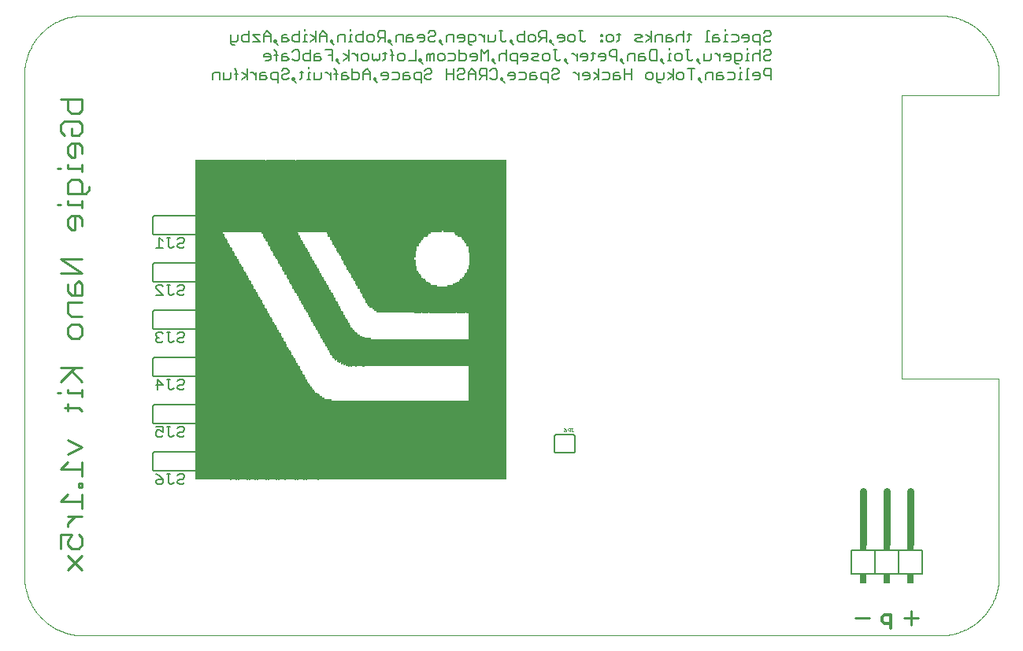
<source format=gbo>
G75*
%MOIN*%
%OFA0B0*%
%FSLAX25Y25*%
%IPPOS*%
%LPD*%
%AMOC8*
5,1,8,0,0,1.08239X$1,22.5*
%
%ADD10C,0.00000*%
%ADD11C,0.01000*%
%ADD12C,0.00500*%
%ADD13C,0.01400*%
%ADD14C,0.00600*%
%ADD15C,0.03000*%
%ADD16R,0.03000X0.02000*%
%ADD17R,0.03000X0.04000*%
%ADD18C,0.00100*%
%ADD19R,0.00500X1.35500*%
%ADD20R,0.00500X0.39500*%
%ADD21R,0.00500X0.91000*%
%ADD22R,0.00500X0.37000*%
%ADD23R,0.00500X0.18500*%
%ADD24R,0.00500X0.11500*%
%ADD25R,0.00500X0.33500*%
%ADD26R,0.00500X0.36500*%
%ADD27R,0.00500X0.17500*%
%ADD28R,0.00500X0.35500*%
%ADD29R,0.00500X0.17000*%
%ADD30R,0.00500X0.35000*%
%ADD31R,0.00500X0.16000*%
%ADD32R,0.00500X0.34000*%
%ADD33R,0.00500X0.15500*%
%ADD34R,0.00500X0.14500*%
%ADD35R,0.00500X0.33000*%
%ADD36R,0.00500X0.14000*%
%ADD37R,0.00500X0.32500*%
%ADD38R,0.00500X0.13500*%
%ADD39R,0.00500X0.32000*%
%ADD40R,0.00500X0.13000*%
%ADD41R,0.00500X0.31500*%
%ADD42R,0.00500X0.12500*%
%ADD43R,0.00500X0.31000*%
%ADD44R,0.00500X0.12000*%
%ADD45R,0.00500X0.30500*%
%ADD46R,0.00500X0.30000*%
%ADD47R,0.00500X0.15000*%
%ADD48R,0.00500X0.16500*%
%ADD49R,0.00500X0.18000*%
%ADD50R,0.00500X0.39000*%
%ADD51R,0.00500X0.20000*%
%ADD52R,0.00500X0.41500*%
%ADD53R,0.00500X0.22500*%
%ADD54R,0.00500X0.65000*%
%ADD55R,0.00500X0.64500*%
%ADD56R,0.00500X0.64000*%
%ADD57R,0.00500X0.63500*%
%ADD58R,0.00500X0.63000*%
%ADD59R,0.00500X0.62500*%
%ADD60R,0.00500X0.62000*%
%ADD61R,0.00500X0.61500*%
%ADD62R,0.00500X0.60500*%
%ADD63R,0.00500X0.59500*%
%ADD64R,0.00500X0.59000*%
%ADD65R,0.00500X0.58000*%
%ADD66R,0.00500X0.57000*%
%ADD67R,0.00500X0.56000*%
%ADD68R,0.00500X0.55000*%
%ADD69R,0.00500X0.54500*%
%ADD70R,0.00500X0.53500*%
%ADD71R,0.00500X0.52500*%
%ADD72R,0.00500X0.51500*%
%ADD73R,0.00500X0.51000*%
%ADD74R,0.00500X0.50000*%
%ADD75R,0.00500X0.49000*%
%ADD76R,0.00500X0.48000*%
%ADD77R,0.00500X0.47500*%
%ADD78R,0.00500X0.46500*%
%ADD79R,0.00500X0.19500*%
%ADD80R,0.00500X0.45500*%
%ADD81R,0.00500X0.44500*%
%ADD82R,0.00500X0.20500*%
%ADD83R,0.00500X0.44000*%
%ADD84R,0.00500X0.21500*%
%ADD85R,0.00500X0.43000*%
%ADD86R,0.00500X0.22000*%
%ADD87R,0.00500X0.42000*%
%ADD88R,0.00500X0.41000*%
%ADD89R,0.00500X0.23000*%
%ADD90R,0.00500X0.40000*%
%ADD91R,0.00500X0.24000*%
%ADD92R,0.00500X0.24500*%
%ADD93R,0.00500X0.38500*%
%ADD94R,0.00500X0.25000*%
%ADD95R,0.00500X0.37500*%
%ADD96R,0.00500X0.25500*%
%ADD97R,0.00500X0.26000*%
%ADD98R,0.00500X0.36000*%
%ADD99R,0.00500X0.26500*%
%ADD100R,0.00500X0.27000*%
%ADD101R,0.00500X0.34500*%
%ADD102R,0.00500X0.38000*%
%ADD103R,0.00500X0.42500*%
%ADD104R,0.00500X0.43500*%
%ADD105R,0.00500X0.45000*%
%ADD106R,0.00500X0.46000*%
%ADD107R,0.00500X0.47000*%
%ADD108R,0.00500X0.48500*%
%ADD109R,0.00500X0.49500*%
%ADD110R,0.00500X0.56500*%
%ADD111R,0.00500X0.50500*%
%ADD112R,0.00500X0.55500*%
%ADD113R,0.00500X0.52000*%
%ADD114R,0.00500X0.53000*%
%ADD115R,0.00500X0.54000*%
%ADD116R,0.00500X0.57500*%
%ADD117R,0.00500X0.58500*%
%ADD118R,0.00500X0.60000*%
%ADD119R,0.00500X0.61000*%
%ADD120R,0.00500X0.65500*%
%ADD121R,0.00500X0.40500*%
%ADD122R,0.00500X0.66000*%
%ADD123R,0.00500X0.67000*%
%ADD124R,0.00500X0.68000*%
%ADD125R,0.00500X0.69000*%
%ADD126R,0.00500X0.69500*%
%ADD127R,0.00500X0.70500*%
%ADD128R,0.00500X0.71500*%
%ADD129R,0.00500X0.72500*%
%ADD130R,0.00500X0.73000*%
%ADD131R,0.00500X0.74000*%
%ADD132R,0.00500X0.75000*%
%ADD133R,0.00500X0.76000*%
%ADD134R,0.00500X0.77000*%
%ADD135R,0.00500X0.77500*%
%ADD136R,0.00500X0.78500*%
%ADD137R,0.00500X0.79500*%
%ADD138R,0.00500X0.80500*%
%ADD139R,0.00500X0.81000*%
%ADD140R,0.00500X0.82000*%
%ADD141R,0.00500X0.83000*%
%ADD142R,0.00500X0.84000*%
%ADD143R,0.00500X0.84500*%
%ADD144R,0.00500X0.85500*%
%ADD145R,0.00500X0.86500*%
%ADD146R,0.00500X0.87500*%
%ADD147R,0.00500X0.88000*%
%ADD148R,0.00500X0.89000*%
%ADD149R,0.00500X0.90000*%
%ADD150R,0.00500X0.91500*%
%ADD151R,0.00500X0.92500*%
%ADD152R,0.00500X0.93500*%
%ADD153R,0.00500X0.94500*%
%ADD154R,0.00500X0.95000*%
%ADD155R,0.00500X0.96000*%
%ADD156R,0.00500X0.97000*%
%ADD157R,0.00500X0.98000*%
%ADD158R,0.00500X0.98500*%
%ADD159R,0.00500X0.99500*%
%ADD160R,0.00500X1.00500*%
%ADD161R,0.00500X1.01500*%
%ADD162R,0.00500X1.02000*%
%ADD163R,0.00500X1.03000*%
%ADD164R,0.00500X1.04000*%
D10*
X0033850Y0008850D02*
X0396350Y0008850D01*
X0396954Y0008857D01*
X0397558Y0008879D01*
X0398161Y0008916D01*
X0398763Y0008967D01*
X0399363Y0009032D01*
X0399962Y0009112D01*
X0400559Y0009207D01*
X0401153Y0009316D01*
X0401745Y0009439D01*
X0402333Y0009576D01*
X0402918Y0009728D01*
X0403499Y0009894D01*
X0404075Y0010074D01*
X0404648Y0010267D01*
X0405215Y0010475D01*
X0405777Y0010696D01*
X0406334Y0010930D01*
X0406885Y0011178D01*
X0407430Y0011439D01*
X0407968Y0011714D01*
X0408500Y0012001D01*
X0409024Y0012301D01*
X0409541Y0012613D01*
X0410050Y0012938D01*
X0410552Y0013275D01*
X0411045Y0013625D01*
X0411529Y0013986D01*
X0412005Y0014358D01*
X0412471Y0014742D01*
X0412928Y0015137D01*
X0413375Y0015543D01*
X0413813Y0015960D01*
X0414240Y0016387D01*
X0414657Y0016825D01*
X0415063Y0017272D01*
X0415458Y0017729D01*
X0415842Y0018195D01*
X0416214Y0018671D01*
X0416575Y0019155D01*
X0416925Y0019648D01*
X0417262Y0020150D01*
X0417587Y0020659D01*
X0417899Y0021176D01*
X0418199Y0021700D01*
X0418486Y0022232D01*
X0418761Y0022770D01*
X0419022Y0023315D01*
X0419270Y0023866D01*
X0419504Y0024423D01*
X0419725Y0024985D01*
X0419933Y0025552D01*
X0420126Y0026125D01*
X0420306Y0026701D01*
X0420472Y0027282D01*
X0420624Y0027867D01*
X0420761Y0028455D01*
X0420884Y0029047D01*
X0420993Y0029641D01*
X0421088Y0030238D01*
X0421168Y0030837D01*
X0421233Y0031437D01*
X0421284Y0032039D01*
X0421321Y0032642D01*
X0421343Y0033246D01*
X0421350Y0033850D01*
X0421350Y0117600D01*
X0380100Y0117600D01*
X0380100Y0237600D01*
X0421350Y0237600D01*
X0421350Y0246350D01*
X0421343Y0246954D01*
X0421321Y0247558D01*
X0421284Y0248161D01*
X0421233Y0248763D01*
X0421168Y0249363D01*
X0421088Y0249962D01*
X0420993Y0250559D01*
X0420884Y0251153D01*
X0420761Y0251745D01*
X0420624Y0252333D01*
X0420472Y0252918D01*
X0420306Y0253499D01*
X0420126Y0254075D01*
X0419933Y0254648D01*
X0419725Y0255215D01*
X0419504Y0255777D01*
X0419270Y0256334D01*
X0419022Y0256885D01*
X0418761Y0257430D01*
X0418486Y0257968D01*
X0418199Y0258500D01*
X0417899Y0259024D01*
X0417587Y0259541D01*
X0417262Y0260050D01*
X0416925Y0260552D01*
X0416575Y0261045D01*
X0416214Y0261529D01*
X0415842Y0262005D01*
X0415458Y0262471D01*
X0415063Y0262928D01*
X0414657Y0263375D01*
X0414240Y0263813D01*
X0413813Y0264240D01*
X0413375Y0264657D01*
X0412928Y0265063D01*
X0412471Y0265458D01*
X0412005Y0265842D01*
X0411529Y0266214D01*
X0411045Y0266575D01*
X0410552Y0266925D01*
X0410050Y0267262D01*
X0409541Y0267587D01*
X0409024Y0267899D01*
X0408500Y0268199D01*
X0407968Y0268486D01*
X0407430Y0268761D01*
X0406885Y0269022D01*
X0406334Y0269270D01*
X0405777Y0269504D01*
X0405215Y0269725D01*
X0404648Y0269933D01*
X0404075Y0270126D01*
X0403499Y0270306D01*
X0402918Y0270472D01*
X0402333Y0270624D01*
X0401745Y0270761D01*
X0401153Y0270884D01*
X0400559Y0270993D01*
X0399962Y0271088D01*
X0399363Y0271168D01*
X0398763Y0271233D01*
X0398161Y0271284D01*
X0397558Y0271321D01*
X0396954Y0271343D01*
X0396350Y0271350D01*
X0033850Y0271350D01*
X0033246Y0271343D01*
X0032642Y0271321D01*
X0032039Y0271284D01*
X0031437Y0271233D01*
X0030837Y0271168D01*
X0030238Y0271088D01*
X0029641Y0270993D01*
X0029047Y0270884D01*
X0028455Y0270761D01*
X0027867Y0270624D01*
X0027282Y0270472D01*
X0026701Y0270306D01*
X0026125Y0270126D01*
X0025552Y0269933D01*
X0024985Y0269725D01*
X0024423Y0269504D01*
X0023866Y0269270D01*
X0023315Y0269022D01*
X0022770Y0268761D01*
X0022232Y0268486D01*
X0021700Y0268199D01*
X0021176Y0267899D01*
X0020659Y0267587D01*
X0020150Y0267262D01*
X0019648Y0266925D01*
X0019155Y0266575D01*
X0018671Y0266214D01*
X0018195Y0265842D01*
X0017729Y0265458D01*
X0017272Y0265063D01*
X0016825Y0264657D01*
X0016387Y0264240D01*
X0015960Y0263813D01*
X0015543Y0263375D01*
X0015137Y0262928D01*
X0014742Y0262471D01*
X0014358Y0262005D01*
X0013986Y0261529D01*
X0013625Y0261045D01*
X0013275Y0260552D01*
X0012938Y0260050D01*
X0012613Y0259541D01*
X0012301Y0259024D01*
X0012001Y0258500D01*
X0011714Y0257968D01*
X0011439Y0257430D01*
X0011178Y0256885D01*
X0010930Y0256334D01*
X0010696Y0255777D01*
X0010475Y0255215D01*
X0010267Y0254648D01*
X0010074Y0254075D01*
X0009894Y0253499D01*
X0009728Y0252918D01*
X0009576Y0252333D01*
X0009439Y0251745D01*
X0009316Y0251153D01*
X0009207Y0250559D01*
X0009112Y0249962D01*
X0009032Y0249363D01*
X0008967Y0248763D01*
X0008916Y0248161D01*
X0008879Y0247558D01*
X0008857Y0246954D01*
X0008850Y0246350D01*
X0008850Y0033850D01*
X0008857Y0033246D01*
X0008879Y0032642D01*
X0008916Y0032039D01*
X0008967Y0031437D01*
X0009032Y0030837D01*
X0009112Y0030238D01*
X0009207Y0029641D01*
X0009316Y0029047D01*
X0009439Y0028455D01*
X0009576Y0027867D01*
X0009728Y0027282D01*
X0009894Y0026701D01*
X0010074Y0026125D01*
X0010267Y0025552D01*
X0010475Y0024985D01*
X0010696Y0024423D01*
X0010930Y0023866D01*
X0011178Y0023315D01*
X0011439Y0022770D01*
X0011714Y0022232D01*
X0012001Y0021700D01*
X0012301Y0021176D01*
X0012613Y0020659D01*
X0012938Y0020150D01*
X0013275Y0019648D01*
X0013625Y0019155D01*
X0013986Y0018671D01*
X0014358Y0018195D01*
X0014742Y0017729D01*
X0015137Y0017272D01*
X0015543Y0016825D01*
X0015960Y0016387D01*
X0016387Y0015960D01*
X0016825Y0015543D01*
X0017272Y0015137D01*
X0017729Y0014742D01*
X0018195Y0014358D01*
X0018671Y0013986D01*
X0019155Y0013625D01*
X0019648Y0013275D01*
X0020150Y0012938D01*
X0020659Y0012613D01*
X0021176Y0012301D01*
X0021700Y0012001D01*
X0022232Y0011714D01*
X0022770Y0011439D01*
X0023315Y0011178D01*
X0023866Y0010930D01*
X0024423Y0010696D01*
X0024985Y0010475D01*
X0025552Y0010267D01*
X0026125Y0010074D01*
X0026701Y0009894D01*
X0027282Y0009728D01*
X0027867Y0009576D01*
X0028455Y0009439D01*
X0029047Y0009316D01*
X0029641Y0009207D01*
X0030238Y0009112D01*
X0030837Y0009032D01*
X0031437Y0008967D01*
X0032039Y0008916D01*
X0032642Y0008879D01*
X0033246Y0008857D01*
X0033850Y0008850D01*
D11*
X0033350Y0036480D02*
X0027345Y0042485D01*
X0028846Y0045688D02*
X0031849Y0045688D01*
X0033350Y0047189D01*
X0033350Y0050192D01*
X0031849Y0051693D01*
X0028846Y0051693D02*
X0027345Y0048690D01*
X0027345Y0047189D01*
X0028846Y0045688D01*
X0024342Y0045688D02*
X0024342Y0051693D01*
X0028846Y0051693D01*
X0027345Y0054862D02*
X0027345Y0056363D01*
X0030347Y0059366D01*
X0027345Y0059366D02*
X0033350Y0059366D01*
X0033350Y0062569D02*
X0033350Y0068574D01*
X0033350Y0065571D02*
X0024342Y0065571D01*
X0027345Y0068574D01*
X0031849Y0071677D02*
X0033350Y0071677D01*
X0033350Y0073178D01*
X0031849Y0073178D01*
X0031849Y0071677D01*
X0033350Y0076381D02*
X0033350Y0082386D01*
X0033350Y0079383D02*
X0024342Y0079383D01*
X0027345Y0082386D01*
X0027345Y0085588D02*
X0033350Y0088591D01*
X0027345Y0091594D01*
X0027345Y0103937D02*
X0027345Y0106940D01*
X0025844Y0105439D02*
X0031849Y0105439D01*
X0033350Y0103937D01*
X0033350Y0110076D02*
X0033350Y0113079D01*
X0033350Y0111577D02*
X0027345Y0111577D01*
X0027345Y0113079D01*
X0024342Y0111577D02*
X0022841Y0111577D01*
X0024342Y0116281D02*
X0030347Y0122286D01*
X0028846Y0120785D02*
X0033350Y0116281D01*
X0033350Y0122286D02*
X0024342Y0122286D01*
X0028846Y0134697D02*
X0027345Y0136198D01*
X0027345Y0139201D01*
X0028846Y0140702D01*
X0031849Y0140702D01*
X0033350Y0139201D01*
X0033350Y0136198D01*
X0031849Y0134697D01*
X0028846Y0134697D01*
X0028846Y0143905D02*
X0033350Y0143905D01*
X0028846Y0143905D02*
X0027345Y0145406D01*
X0027345Y0149910D01*
X0033350Y0149910D01*
X0033350Y0153113D02*
X0028846Y0153113D01*
X0027345Y0154614D01*
X0027345Y0157617D01*
X0030347Y0157617D02*
X0030347Y0153113D01*
X0033350Y0153113D02*
X0033350Y0157617D01*
X0031849Y0159118D01*
X0030347Y0157617D01*
X0033350Y0162321D02*
X0024342Y0162321D01*
X0024342Y0168326D02*
X0033350Y0162321D01*
X0033350Y0168326D02*
X0024342Y0168326D01*
X0028846Y0180736D02*
X0030347Y0180736D01*
X0030347Y0186741D01*
X0028846Y0186741D02*
X0031849Y0186741D01*
X0033350Y0185240D01*
X0033350Y0182238D01*
X0028846Y0180736D02*
X0027345Y0182238D01*
X0027345Y0185240D01*
X0028846Y0186741D01*
X0033350Y0189877D02*
X0033350Y0192880D01*
X0033350Y0191379D02*
X0027345Y0191379D01*
X0027345Y0192880D01*
X0027345Y0196083D02*
X0027345Y0200587D01*
X0028846Y0202088D01*
X0031849Y0202088D01*
X0033350Y0200587D01*
X0033350Y0196083D01*
X0034851Y0196083D02*
X0036353Y0197584D01*
X0036353Y0199085D01*
X0034851Y0196083D02*
X0027345Y0196083D01*
X0024342Y0191379D02*
X0022841Y0191379D01*
X0022841Y0206725D02*
X0024342Y0206725D01*
X0027345Y0206725D02*
X0027345Y0208226D01*
X0027345Y0206725D02*
X0033350Y0206725D01*
X0033350Y0208226D02*
X0033350Y0205224D01*
X0030347Y0211429D02*
X0028846Y0211429D01*
X0027345Y0212930D01*
X0027345Y0215933D01*
X0028846Y0217434D01*
X0031849Y0217434D01*
X0033350Y0215933D01*
X0033350Y0212930D01*
X0030347Y0211429D02*
X0030347Y0217434D01*
X0028846Y0220637D02*
X0028846Y0223640D01*
X0028846Y0220637D02*
X0031849Y0220637D01*
X0033350Y0222138D01*
X0033350Y0225141D01*
X0031849Y0226642D01*
X0025844Y0226642D01*
X0024342Y0225141D01*
X0024342Y0222138D01*
X0025844Y0220637D01*
X0028846Y0229845D02*
X0027345Y0231346D01*
X0027345Y0235850D01*
X0024342Y0235850D02*
X0033350Y0235850D01*
X0033350Y0231346D01*
X0031849Y0229845D01*
X0028846Y0229845D01*
X0033350Y0042485D02*
X0027345Y0036480D01*
X0360600Y0016354D02*
X0366605Y0016354D01*
X0381095Y0016354D02*
X0387100Y0016354D01*
X0384097Y0019356D02*
X0384097Y0013351D01*
D12*
X0076662Y0073601D02*
X0075911Y0072850D01*
X0074410Y0072850D01*
X0073659Y0073601D01*
X0073659Y0074351D01*
X0074410Y0075102D01*
X0075911Y0075102D01*
X0076662Y0075853D01*
X0076662Y0076603D01*
X0075911Y0077354D01*
X0074410Y0077354D01*
X0073659Y0076603D01*
X0070557Y0077354D02*
X0069055Y0077354D01*
X0069806Y0077354D02*
X0069806Y0073601D01*
X0070557Y0072850D01*
X0071307Y0072850D01*
X0072058Y0073601D01*
X0067454Y0073601D02*
X0066703Y0072850D01*
X0065202Y0072850D01*
X0064451Y0073601D01*
X0064451Y0074351D01*
X0065202Y0075102D01*
X0067454Y0075102D01*
X0067454Y0073601D01*
X0067454Y0075102D02*
X0065953Y0076603D01*
X0064451Y0077354D01*
X0065202Y0092850D02*
X0064451Y0093601D01*
X0064451Y0095102D01*
X0065202Y0095853D01*
X0065953Y0095853D01*
X0067454Y0095102D01*
X0067454Y0097354D01*
X0064451Y0097354D01*
X0065202Y0092850D02*
X0066703Y0092850D01*
X0067454Y0093601D01*
X0069806Y0093601D02*
X0069806Y0097354D01*
X0070557Y0097354D02*
X0069055Y0097354D01*
X0069806Y0093601D02*
X0070557Y0092850D01*
X0071307Y0092850D01*
X0072058Y0093601D01*
X0073659Y0093601D02*
X0074410Y0092850D01*
X0075911Y0092850D01*
X0076662Y0093601D01*
X0075911Y0095102D02*
X0074410Y0095102D01*
X0073659Y0094351D01*
X0073659Y0093601D01*
X0075911Y0095102D02*
X0076662Y0095853D01*
X0076662Y0096603D01*
X0075911Y0097354D01*
X0074410Y0097354D01*
X0073659Y0096603D01*
X0074410Y0112850D02*
X0075911Y0112850D01*
X0076662Y0113601D01*
X0075911Y0115102D02*
X0074410Y0115102D01*
X0073659Y0114351D01*
X0073659Y0113601D01*
X0074410Y0112850D01*
X0072058Y0113601D02*
X0071307Y0112850D01*
X0070557Y0112850D01*
X0069806Y0113601D01*
X0069806Y0117354D01*
X0070557Y0117354D02*
X0069055Y0117354D01*
X0067454Y0115102D02*
X0064451Y0115102D01*
X0065202Y0112850D02*
X0065202Y0117354D01*
X0067454Y0115102D01*
X0073659Y0116603D02*
X0074410Y0117354D01*
X0075911Y0117354D01*
X0076662Y0116603D01*
X0076662Y0115853D01*
X0075911Y0115102D01*
X0075911Y0132850D02*
X0076662Y0133601D01*
X0075911Y0132850D02*
X0074410Y0132850D01*
X0073659Y0133601D01*
X0073659Y0134351D01*
X0074410Y0135102D01*
X0075911Y0135102D01*
X0076662Y0135853D01*
X0076662Y0136603D01*
X0075911Y0137354D01*
X0074410Y0137354D01*
X0073659Y0136603D01*
X0070557Y0137354D02*
X0069055Y0137354D01*
X0069806Y0137354D02*
X0069806Y0133601D01*
X0070557Y0132850D01*
X0071307Y0132850D01*
X0072058Y0133601D01*
X0067454Y0133601D02*
X0066703Y0132850D01*
X0065202Y0132850D01*
X0064451Y0133601D01*
X0064451Y0134351D01*
X0065202Y0135102D01*
X0065953Y0135102D01*
X0065202Y0135102D02*
X0064451Y0135853D01*
X0064451Y0136603D01*
X0065202Y0137354D01*
X0066703Y0137354D01*
X0067454Y0136603D01*
X0067454Y0152850D02*
X0064451Y0152850D01*
X0064451Y0155853D02*
X0064451Y0156603D01*
X0065202Y0157354D01*
X0066703Y0157354D01*
X0067454Y0156603D01*
X0069055Y0157354D02*
X0070557Y0157354D01*
X0069806Y0157354D02*
X0069806Y0153601D01*
X0070557Y0152850D01*
X0071307Y0152850D01*
X0072058Y0153601D01*
X0073659Y0153601D02*
X0073659Y0154351D01*
X0074410Y0155102D01*
X0075911Y0155102D01*
X0076662Y0155853D01*
X0076662Y0156603D01*
X0075911Y0157354D01*
X0074410Y0157354D01*
X0073659Y0156603D01*
X0073659Y0153601D02*
X0074410Y0152850D01*
X0075911Y0152850D01*
X0076662Y0153601D01*
X0067454Y0152850D02*
X0064451Y0155853D01*
X0064451Y0172850D02*
X0067454Y0172850D01*
X0065953Y0172850D02*
X0065953Y0177354D01*
X0067454Y0175853D01*
X0069055Y0177354D02*
X0070557Y0177354D01*
X0069806Y0177354D02*
X0069806Y0173601D01*
X0070557Y0172850D01*
X0071307Y0172850D01*
X0072058Y0173601D01*
X0073659Y0173601D02*
X0073659Y0174351D01*
X0074410Y0175102D01*
X0075911Y0175102D01*
X0076662Y0175853D01*
X0076662Y0176603D01*
X0075911Y0177354D01*
X0074410Y0177354D01*
X0073659Y0176603D01*
X0073659Y0173601D02*
X0074410Y0172850D01*
X0075911Y0172850D01*
X0076662Y0173601D01*
X0116139Y0242849D02*
X0116139Y0247353D01*
X0113887Y0247353D01*
X0113136Y0246602D01*
X0113136Y0245101D01*
X0113887Y0244350D01*
X0116139Y0244350D01*
X0117740Y0245101D02*
X0118491Y0244350D01*
X0119992Y0244350D01*
X0120743Y0245101D01*
X0122311Y0245101D02*
X0123061Y0245101D01*
X0123061Y0244350D01*
X0122311Y0244350D01*
X0122311Y0245101D01*
X0122311Y0244350D02*
X0123812Y0242849D01*
X0125380Y0244350D02*
X0126131Y0245101D01*
X0126131Y0248103D01*
X0126881Y0247353D02*
X0125380Y0247353D01*
X0129200Y0247353D02*
X0129200Y0244350D01*
X0129951Y0244350D02*
X0128449Y0244350D01*
X0129200Y0247353D02*
X0129951Y0247353D01*
X0131552Y0247353D02*
X0131552Y0244350D01*
X0133804Y0244350D01*
X0134554Y0245101D01*
X0134554Y0247353D01*
X0136139Y0247353D02*
X0136890Y0247353D01*
X0138391Y0245851D01*
X0138391Y0244350D02*
X0138391Y0247353D01*
X0139959Y0246602D02*
X0141460Y0246602D01*
X0143062Y0246602D02*
X0143062Y0244350D01*
X0145314Y0244350D01*
X0146064Y0245101D01*
X0145314Y0245851D01*
X0143062Y0245851D01*
X0143062Y0246602D02*
X0143812Y0247353D01*
X0145314Y0247353D01*
X0147666Y0247353D02*
X0149918Y0247353D01*
X0150668Y0246602D01*
X0150668Y0245101D01*
X0149918Y0244350D01*
X0147666Y0244350D01*
X0147666Y0248854D01*
X0152270Y0247353D02*
X0152270Y0244350D01*
X0152270Y0246602D02*
X0155272Y0246602D01*
X0155272Y0247353D02*
X0153771Y0248854D01*
X0152270Y0247353D01*
X0155272Y0247353D02*
X0155272Y0244350D01*
X0156840Y0244350D02*
X0157591Y0244350D01*
X0157591Y0245101D01*
X0156840Y0245101D01*
X0156840Y0244350D01*
X0158341Y0242849D01*
X0160693Y0244350D02*
X0162195Y0244350D01*
X0162945Y0245101D01*
X0162945Y0246602D01*
X0162195Y0247353D01*
X0160693Y0247353D01*
X0159943Y0246602D01*
X0159943Y0245851D01*
X0162945Y0245851D01*
X0164547Y0244350D02*
X0166799Y0244350D01*
X0167549Y0245101D01*
X0167549Y0246602D01*
X0166799Y0247353D01*
X0164547Y0247353D01*
X0169151Y0246602D02*
X0169151Y0244350D01*
X0171403Y0244350D01*
X0172153Y0245101D01*
X0171403Y0245851D01*
X0169151Y0245851D01*
X0169151Y0246602D02*
X0169901Y0247353D01*
X0171403Y0247353D01*
X0173755Y0246602D02*
X0173755Y0245101D01*
X0174505Y0244350D01*
X0176757Y0244350D01*
X0176757Y0242849D02*
X0176757Y0247353D01*
X0174505Y0247353D01*
X0173755Y0246602D01*
X0178358Y0245851D02*
X0178358Y0245101D01*
X0179109Y0244350D01*
X0180610Y0244350D01*
X0181361Y0245101D01*
X0180610Y0246602D02*
X0179109Y0246602D01*
X0178358Y0245851D01*
X0178358Y0248103D02*
X0179109Y0248854D01*
X0180610Y0248854D01*
X0181361Y0248103D01*
X0181361Y0247353D01*
X0180610Y0246602D01*
X0177524Y0250849D02*
X0176023Y0252350D01*
X0176774Y0252350D01*
X0176774Y0253101D01*
X0176023Y0253101D01*
X0176023Y0252350D01*
X0174455Y0252350D02*
X0171453Y0252350D01*
X0169851Y0253101D02*
X0169101Y0252350D01*
X0167599Y0252350D01*
X0166849Y0253101D01*
X0166849Y0254602D01*
X0167599Y0255353D01*
X0169101Y0255353D01*
X0169851Y0254602D01*
X0169851Y0253101D01*
X0174455Y0252350D02*
X0174455Y0256854D01*
X0172937Y0260350D02*
X0170685Y0260350D01*
X0170685Y0262602D01*
X0171436Y0263353D01*
X0172937Y0263353D01*
X0172937Y0261851D02*
X0170685Y0261851D01*
X0169084Y0260350D02*
X0169084Y0263353D01*
X0166832Y0263353D01*
X0166081Y0262602D01*
X0166081Y0260350D01*
X0164480Y0258849D02*
X0162979Y0260350D01*
X0163729Y0260350D01*
X0163729Y0261101D01*
X0162979Y0261101D01*
X0162979Y0260350D01*
X0161411Y0260350D02*
X0161411Y0264854D01*
X0159159Y0264854D01*
X0158408Y0264103D01*
X0158408Y0262602D01*
X0159159Y0261851D01*
X0161411Y0261851D01*
X0159909Y0261851D02*
X0158408Y0260350D01*
X0156807Y0261101D02*
X0156056Y0260350D01*
X0154555Y0260350D01*
X0153804Y0261101D01*
X0153804Y0262602D01*
X0154555Y0263353D01*
X0156056Y0263353D01*
X0156807Y0262602D01*
X0156807Y0261101D01*
X0152203Y0260350D02*
X0149951Y0260350D01*
X0149200Y0261101D01*
X0149200Y0262602D01*
X0149951Y0263353D01*
X0152203Y0263353D01*
X0152203Y0264854D02*
X0152203Y0260350D01*
X0147599Y0260350D02*
X0146098Y0260350D01*
X0146848Y0260350D02*
X0146848Y0263353D01*
X0147599Y0263353D01*
X0146848Y0264854D02*
X0146848Y0265604D01*
X0144530Y0263353D02*
X0142278Y0263353D01*
X0141527Y0262602D01*
X0141527Y0260350D01*
X0139926Y0258849D02*
X0138424Y0260350D01*
X0139175Y0260350D01*
X0139175Y0261101D01*
X0138424Y0261101D01*
X0138424Y0260350D01*
X0136856Y0260350D02*
X0136856Y0263353D01*
X0135355Y0264854D01*
X0133854Y0263353D01*
X0133854Y0260350D01*
X0132253Y0260350D02*
X0132253Y0264854D01*
X0130001Y0263353D02*
X0132253Y0261851D01*
X0130001Y0260350D01*
X0128416Y0260350D02*
X0126915Y0260350D01*
X0127665Y0260350D02*
X0127665Y0263353D01*
X0128416Y0263353D01*
X0127665Y0264854D02*
X0127665Y0265604D01*
X0125347Y0264854D02*
X0125347Y0260350D01*
X0123095Y0260350D01*
X0122344Y0261101D01*
X0122344Y0262602D01*
X0123095Y0263353D01*
X0125347Y0263353D01*
X0120743Y0261101D02*
X0119992Y0261851D01*
X0117740Y0261851D01*
X0117740Y0262602D02*
X0117740Y0260350D01*
X0119992Y0260350D01*
X0120743Y0261101D01*
X0119992Y0263353D02*
X0118491Y0263353D01*
X0117740Y0262602D01*
X0115388Y0261101D02*
X0115388Y0260350D01*
X0114638Y0260350D01*
X0114638Y0261101D01*
X0115388Y0261101D01*
X0114638Y0260350D02*
X0116139Y0258849D01*
X0114638Y0256854D02*
X0115388Y0256103D01*
X0115388Y0252350D01*
X0117740Y0252350D02*
X0119992Y0252350D01*
X0120743Y0253101D01*
X0119992Y0253851D01*
X0117740Y0253851D01*
X0117740Y0254602D02*
X0117740Y0252350D01*
X0117740Y0254602D02*
X0118491Y0255353D01*
X0119992Y0255353D01*
X0122344Y0256103D02*
X0123095Y0256854D01*
X0124596Y0256854D01*
X0125347Y0256103D01*
X0125347Y0253101D01*
X0124596Y0252350D01*
X0123095Y0252350D01*
X0122344Y0253101D01*
X0126948Y0253101D02*
X0126948Y0254602D01*
X0127699Y0255353D01*
X0129951Y0255353D01*
X0129951Y0256854D02*
X0129951Y0252350D01*
X0127699Y0252350D01*
X0126948Y0253101D01*
X0129200Y0249604D02*
X0129200Y0248854D01*
X0131552Y0252350D02*
X0133804Y0252350D01*
X0134555Y0253101D01*
X0133804Y0253851D01*
X0131552Y0253851D01*
X0131552Y0254602D02*
X0131552Y0252350D01*
X0131552Y0254602D02*
X0132303Y0255353D01*
X0133804Y0255353D01*
X0136156Y0256854D02*
X0139158Y0256854D01*
X0139158Y0252350D01*
X0140726Y0252350D02*
X0141477Y0252350D01*
X0141477Y0253101D01*
X0140726Y0253101D01*
X0140726Y0252350D01*
X0142228Y0250849D01*
X0143812Y0252350D02*
X0146064Y0253851D01*
X0143812Y0255353D01*
X0146064Y0256854D02*
X0146064Y0252350D01*
X0147649Y0255353D02*
X0148400Y0255353D01*
X0149901Y0253851D01*
X0149901Y0252350D02*
X0149901Y0255353D01*
X0151502Y0254602D02*
X0152253Y0255353D01*
X0153754Y0255353D01*
X0154505Y0254602D01*
X0154505Y0253101D01*
X0153754Y0252350D01*
X0152253Y0252350D01*
X0151502Y0253101D01*
X0151502Y0254602D01*
X0156106Y0255353D02*
X0156106Y0253101D01*
X0156857Y0252350D01*
X0157607Y0253101D01*
X0158358Y0252350D01*
X0159109Y0253101D01*
X0159109Y0255353D01*
X0160677Y0255353D02*
X0162178Y0255353D01*
X0161427Y0256103D02*
X0161427Y0253101D01*
X0160677Y0252350D01*
X0163746Y0254602D02*
X0165247Y0254602D01*
X0164497Y0256103D02*
X0164497Y0252350D01*
X0164497Y0256103D02*
X0163746Y0256854D01*
X0172937Y0260350D02*
X0173688Y0261101D01*
X0172937Y0261851D01*
X0175289Y0261851D02*
X0178292Y0261851D01*
X0178292Y0261101D02*
X0178292Y0262602D01*
X0177541Y0263353D01*
X0176040Y0263353D01*
X0175289Y0262602D01*
X0175289Y0261851D01*
X0176040Y0260350D02*
X0177541Y0260350D01*
X0178292Y0261101D01*
X0179893Y0261101D02*
X0180644Y0260350D01*
X0182145Y0260350D01*
X0182896Y0261101D01*
X0184464Y0261101D02*
X0185214Y0261101D01*
X0185214Y0260350D01*
X0184464Y0260350D01*
X0184464Y0261101D01*
X0184464Y0260350D02*
X0185965Y0258849D01*
X0187566Y0260350D02*
X0187566Y0262602D01*
X0188317Y0263353D01*
X0190569Y0263353D01*
X0190569Y0260350D01*
X0192170Y0261851D02*
X0195173Y0261851D01*
X0195173Y0261101D02*
X0195173Y0262602D01*
X0194422Y0263353D01*
X0192921Y0263353D01*
X0192170Y0262602D01*
X0192170Y0261851D01*
X0192921Y0260350D02*
X0194422Y0260350D01*
X0195173Y0261101D01*
X0196774Y0260350D02*
X0199026Y0260350D01*
X0199777Y0261101D01*
X0199777Y0262602D01*
X0199026Y0263353D01*
X0196774Y0263353D01*
X0196774Y0259599D01*
X0197525Y0258849D01*
X0198275Y0258849D01*
X0198292Y0255353D02*
X0197542Y0254602D01*
X0197542Y0253851D01*
X0200544Y0253851D01*
X0200544Y0253101D02*
X0200544Y0254602D01*
X0199793Y0255353D01*
X0198292Y0255353D01*
X0195940Y0254602D02*
X0195190Y0255353D01*
X0192938Y0255353D01*
X0192938Y0256854D02*
X0192938Y0252350D01*
X0195190Y0252350D01*
X0195940Y0253101D01*
X0195940Y0254602D01*
X0198292Y0252350D02*
X0199793Y0252350D01*
X0200544Y0253101D01*
X0202145Y0252350D02*
X0202145Y0256854D01*
X0203647Y0255353D01*
X0205148Y0256854D01*
X0205148Y0252350D01*
X0206716Y0252350D02*
X0208217Y0250849D01*
X0207467Y0252350D02*
X0206716Y0252350D01*
X0206716Y0253101D01*
X0207467Y0253101D01*
X0207467Y0252350D01*
X0209819Y0252350D02*
X0209819Y0254602D01*
X0210569Y0255353D01*
X0212071Y0255353D01*
X0212821Y0254602D01*
X0214423Y0254602D02*
X0214423Y0253101D01*
X0215173Y0252350D01*
X0217425Y0252350D01*
X0217425Y0250849D02*
X0217425Y0255353D01*
X0215173Y0255353D01*
X0214423Y0254602D01*
X0212821Y0256854D02*
X0212821Y0252350D01*
X0219026Y0253851D02*
X0222029Y0253851D01*
X0222029Y0253101D02*
X0222029Y0254602D01*
X0221278Y0255353D01*
X0219777Y0255353D01*
X0219026Y0254602D01*
X0219026Y0253851D01*
X0219777Y0252350D02*
X0221278Y0252350D01*
X0222029Y0253101D01*
X0223630Y0253101D02*
X0224381Y0253851D01*
X0225882Y0253851D01*
X0226633Y0254602D01*
X0225882Y0255353D01*
X0223630Y0255353D01*
X0223630Y0253101D02*
X0224381Y0252350D01*
X0226633Y0252350D01*
X0228234Y0253101D02*
X0228234Y0254602D01*
X0228985Y0255353D01*
X0230486Y0255353D01*
X0231237Y0254602D01*
X0231237Y0253101D01*
X0230486Y0252350D01*
X0228985Y0252350D01*
X0228234Y0253101D01*
X0233589Y0253101D02*
X0233589Y0256854D01*
X0234340Y0256854D02*
X0232838Y0256854D01*
X0232772Y0258849D02*
X0231270Y0260350D01*
X0232021Y0260350D01*
X0232021Y0261101D01*
X0231270Y0261101D01*
X0231270Y0260350D01*
X0229702Y0260350D02*
X0229702Y0264854D01*
X0227450Y0264854D01*
X0226700Y0264103D01*
X0226700Y0262602D01*
X0227450Y0261851D01*
X0229702Y0261851D01*
X0228201Y0261851D02*
X0226700Y0260350D01*
X0225098Y0261101D02*
X0224348Y0260350D01*
X0222846Y0260350D01*
X0222096Y0261101D01*
X0222096Y0262602D01*
X0222846Y0263353D01*
X0224348Y0263353D01*
X0225098Y0262602D01*
X0225098Y0261101D01*
X0220494Y0260350D02*
X0218242Y0260350D01*
X0217492Y0261101D01*
X0217492Y0262602D01*
X0218242Y0263353D01*
X0220494Y0263353D01*
X0220494Y0264854D02*
X0220494Y0260350D01*
X0215890Y0258849D02*
X0214389Y0260350D01*
X0215140Y0260350D01*
X0215140Y0261101D01*
X0214389Y0261101D01*
X0214389Y0260350D01*
X0212821Y0261101D02*
X0212071Y0260350D01*
X0211320Y0260350D01*
X0210569Y0261101D01*
X0210569Y0264854D01*
X0209819Y0264854D02*
X0211320Y0264854D01*
X0208217Y0263353D02*
X0208217Y0261101D01*
X0207467Y0260350D01*
X0205215Y0260350D01*
X0205215Y0263353D01*
X0203613Y0263353D02*
X0203613Y0260350D01*
X0203613Y0261851D02*
X0202112Y0263353D01*
X0201361Y0263353D01*
X0191336Y0254602D02*
X0190586Y0255353D01*
X0188334Y0255353D01*
X0186732Y0254602D02*
X0185982Y0255353D01*
X0184480Y0255353D01*
X0183730Y0254602D01*
X0183730Y0253101D01*
X0184480Y0252350D01*
X0185982Y0252350D01*
X0186732Y0253101D01*
X0186732Y0254602D01*
X0188334Y0252350D02*
X0190586Y0252350D01*
X0191336Y0253101D01*
X0191336Y0254602D01*
X0190569Y0248854D02*
X0190569Y0244350D01*
X0192170Y0245101D02*
X0192921Y0244350D01*
X0194422Y0244350D01*
X0195173Y0245101D01*
X0194422Y0246602D02*
X0192921Y0246602D01*
X0192170Y0245851D01*
X0192170Y0245101D01*
X0190569Y0246602D02*
X0187566Y0246602D01*
X0187566Y0248854D02*
X0187566Y0244350D01*
X0192170Y0248103D02*
X0192921Y0248854D01*
X0194422Y0248854D01*
X0195173Y0248103D01*
X0195173Y0247353D01*
X0194422Y0246602D01*
X0196774Y0246602D02*
X0199777Y0246602D01*
X0199777Y0247353D02*
X0198275Y0248854D01*
X0196774Y0247353D01*
X0196774Y0244350D01*
X0199777Y0244350D02*
X0199777Y0247353D01*
X0201378Y0248103D02*
X0201378Y0246602D01*
X0202129Y0245851D01*
X0204381Y0245851D01*
X0204381Y0244350D02*
X0204381Y0248854D01*
X0202129Y0248854D01*
X0201378Y0248103D01*
X0202879Y0245851D02*
X0201378Y0244350D01*
X0205982Y0245101D02*
X0206733Y0244350D01*
X0208234Y0244350D01*
X0208985Y0245101D01*
X0208985Y0248103D01*
X0208234Y0248854D01*
X0206733Y0248854D01*
X0205982Y0248103D01*
X0210553Y0245101D02*
X0211303Y0245101D01*
X0211303Y0244350D01*
X0210553Y0244350D01*
X0210553Y0245101D01*
X0210553Y0244350D02*
X0212054Y0242849D01*
X0214406Y0244350D02*
X0215907Y0244350D01*
X0216658Y0245101D01*
X0216658Y0246602D01*
X0215907Y0247353D01*
X0214406Y0247353D01*
X0213655Y0246602D01*
X0213655Y0245851D01*
X0216658Y0245851D01*
X0218259Y0244350D02*
X0220511Y0244350D01*
X0221262Y0245101D01*
X0221262Y0246602D01*
X0220511Y0247353D01*
X0218259Y0247353D01*
X0222863Y0246602D02*
X0222863Y0244350D01*
X0225115Y0244350D01*
X0225866Y0245101D01*
X0225115Y0245851D01*
X0222863Y0245851D01*
X0222863Y0246602D02*
X0223614Y0247353D01*
X0225115Y0247353D01*
X0227467Y0246602D02*
X0227467Y0245101D01*
X0228218Y0244350D01*
X0230470Y0244350D01*
X0230470Y0242849D02*
X0230470Y0247353D01*
X0228218Y0247353D01*
X0227467Y0246602D01*
X0232071Y0245851D02*
X0232071Y0245101D01*
X0232822Y0244350D01*
X0234323Y0244350D01*
X0235073Y0245101D01*
X0234323Y0246602D02*
X0232822Y0246602D01*
X0232071Y0245851D01*
X0232071Y0248103D02*
X0232822Y0248854D01*
X0234323Y0248854D01*
X0235073Y0248103D01*
X0235073Y0247353D01*
X0234323Y0246602D01*
X0238910Y0250849D02*
X0237409Y0252350D01*
X0238159Y0252350D01*
X0238159Y0253101D01*
X0237409Y0253101D01*
X0237409Y0252350D01*
X0235841Y0253101D02*
X0235090Y0252350D01*
X0234340Y0252350D01*
X0233589Y0253101D01*
X0240495Y0255353D02*
X0241245Y0255353D01*
X0242747Y0253851D01*
X0242747Y0252350D02*
X0242747Y0255353D01*
X0244348Y0254602D02*
X0245099Y0255353D01*
X0246600Y0255353D01*
X0247351Y0254602D01*
X0247351Y0253101D01*
X0246600Y0252350D01*
X0245099Y0252350D01*
X0244348Y0253851D02*
X0247351Y0253851D01*
X0248919Y0252350D02*
X0249669Y0253101D01*
X0249669Y0256103D01*
X0248919Y0255353D02*
X0250420Y0255353D01*
X0252021Y0254602D02*
X0252772Y0255353D01*
X0254273Y0255353D01*
X0255024Y0254602D01*
X0255024Y0253101D01*
X0254273Y0252350D01*
X0252772Y0252350D01*
X0252021Y0253851D02*
X0255024Y0253851D01*
X0256625Y0254602D02*
X0257376Y0253851D01*
X0259628Y0253851D01*
X0259628Y0252350D02*
X0259628Y0256854D01*
X0257376Y0256854D01*
X0256625Y0256103D01*
X0256625Y0254602D01*
X0252021Y0254602D02*
X0252021Y0253851D01*
X0251955Y0248854D02*
X0251955Y0244350D01*
X0251955Y0245851D02*
X0249703Y0247353D01*
X0248118Y0246602D02*
X0248118Y0245101D01*
X0247367Y0244350D01*
X0245866Y0244350D01*
X0245115Y0245851D02*
X0248118Y0245851D01*
X0248118Y0246602D02*
X0247367Y0247353D01*
X0245866Y0247353D01*
X0245115Y0246602D01*
X0245115Y0245851D01*
X0243514Y0245851D02*
X0242013Y0247353D01*
X0241262Y0247353D01*
X0243514Y0247353D02*
X0243514Y0244350D01*
X0249703Y0244350D02*
X0251955Y0245851D01*
X0253556Y0244350D02*
X0255808Y0244350D01*
X0256558Y0245101D01*
X0256558Y0246602D01*
X0255808Y0247353D01*
X0253556Y0247353D01*
X0258160Y0246602D02*
X0258160Y0244350D01*
X0260412Y0244350D01*
X0261162Y0245101D01*
X0260412Y0245851D01*
X0258160Y0245851D01*
X0258160Y0246602D02*
X0258910Y0247353D01*
X0260412Y0247353D01*
X0262764Y0246602D02*
X0265766Y0246602D01*
X0265766Y0244350D02*
X0265766Y0248854D01*
X0262764Y0248854D02*
X0262764Y0244350D01*
X0262697Y0250849D02*
X0261196Y0252350D01*
X0261946Y0252350D01*
X0261946Y0253101D01*
X0261196Y0253101D01*
X0261196Y0252350D01*
X0264298Y0252350D02*
X0264298Y0254602D01*
X0265049Y0255353D01*
X0267301Y0255353D01*
X0267301Y0252350D01*
X0268902Y0252350D02*
X0271154Y0252350D01*
X0271905Y0253101D01*
X0271154Y0253851D01*
X0268902Y0253851D01*
X0268902Y0254602D02*
X0268902Y0252350D01*
X0268902Y0254602D02*
X0269653Y0255353D01*
X0271154Y0255353D01*
X0273506Y0256103D02*
X0274257Y0256854D01*
X0276509Y0256854D01*
X0276509Y0252350D01*
X0274257Y0252350D01*
X0273506Y0253101D01*
X0273506Y0256103D01*
X0274207Y0260350D02*
X0274207Y0264854D01*
X0271955Y0263353D02*
X0274207Y0261851D01*
X0271955Y0260350D01*
X0270370Y0260350D02*
X0268118Y0260350D01*
X0267368Y0261101D01*
X0268118Y0261851D01*
X0269620Y0261851D01*
X0270370Y0262602D01*
X0269620Y0263353D01*
X0267368Y0263353D01*
X0261162Y0263353D02*
X0259661Y0263353D01*
X0260412Y0264103D02*
X0260412Y0261101D01*
X0259661Y0260350D01*
X0258093Y0261101D02*
X0257342Y0260350D01*
X0255841Y0260350D01*
X0255091Y0261101D01*
X0255091Y0262602D01*
X0255841Y0263353D01*
X0257342Y0263353D01*
X0258093Y0262602D01*
X0258093Y0261101D01*
X0253489Y0261101D02*
X0253489Y0260350D01*
X0252739Y0260350D01*
X0252739Y0261101D01*
X0253489Y0261101D01*
X0253489Y0262602D02*
X0253489Y0263353D01*
X0252739Y0263353D01*
X0252739Y0262602D01*
X0253489Y0262602D01*
X0246583Y0261101D02*
X0245833Y0260350D01*
X0245082Y0260350D01*
X0244331Y0261101D01*
X0244331Y0264854D01*
X0243581Y0264854D02*
X0245082Y0264854D01*
X0241979Y0262602D02*
X0241979Y0261101D01*
X0241229Y0260350D01*
X0239727Y0260350D01*
X0238977Y0261101D01*
X0238977Y0262602D01*
X0239727Y0263353D01*
X0241229Y0263353D01*
X0241979Y0262602D01*
X0237375Y0262602D02*
X0236625Y0263353D01*
X0235124Y0263353D01*
X0234373Y0262602D01*
X0234373Y0261851D01*
X0237375Y0261851D01*
X0237375Y0261101D02*
X0237375Y0262602D01*
X0237375Y0261101D02*
X0236625Y0260350D01*
X0235124Y0260350D01*
X0244348Y0254602D02*
X0244348Y0253851D01*
X0271972Y0246602D02*
X0271972Y0245101D01*
X0272722Y0244350D01*
X0274224Y0244350D01*
X0274974Y0245101D01*
X0274974Y0246602D01*
X0274224Y0247353D01*
X0272722Y0247353D01*
X0271972Y0246602D01*
X0276576Y0247353D02*
X0276576Y0243599D01*
X0277326Y0242849D01*
X0278077Y0242849D01*
X0278827Y0244350D02*
X0276576Y0244350D01*
X0278827Y0244350D02*
X0279578Y0245101D01*
X0279578Y0247353D01*
X0281163Y0247353D02*
X0283415Y0245851D01*
X0281163Y0244350D01*
X0283415Y0244350D02*
X0283415Y0248854D01*
X0285016Y0246602D02*
X0285016Y0245101D01*
X0285767Y0244350D01*
X0287268Y0244350D01*
X0288019Y0245101D01*
X0288019Y0246602D01*
X0287268Y0247353D01*
X0285767Y0247353D01*
X0285016Y0246602D01*
X0289620Y0248854D02*
X0292623Y0248854D01*
X0291121Y0248854D02*
X0291121Y0244350D01*
X0294191Y0244350D02*
X0295692Y0242849D01*
X0294941Y0244350D02*
X0294191Y0244350D01*
X0294191Y0245101D01*
X0294941Y0245101D01*
X0294941Y0244350D01*
X0297293Y0244350D02*
X0297293Y0246602D01*
X0298044Y0247353D01*
X0300296Y0247353D01*
X0300296Y0244350D01*
X0301897Y0244350D02*
X0301897Y0246602D01*
X0302648Y0247353D01*
X0304149Y0247353D01*
X0304149Y0245851D02*
X0301897Y0245851D01*
X0301897Y0244350D02*
X0304149Y0244350D01*
X0304900Y0245101D01*
X0304149Y0245851D01*
X0306501Y0244350D02*
X0308753Y0244350D01*
X0309504Y0245101D01*
X0309504Y0246602D01*
X0308753Y0247353D01*
X0306501Y0247353D01*
X0310321Y0250849D02*
X0309570Y0251599D01*
X0309570Y0255353D01*
X0311822Y0255353D01*
X0312573Y0254602D01*
X0312573Y0253101D01*
X0311822Y0252350D01*
X0309570Y0252350D01*
X0310321Y0250849D02*
X0311072Y0250849D01*
X0311822Y0249604D02*
X0311822Y0248854D01*
X0311822Y0247353D02*
X0311822Y0244350D01*
X0311072Y0244350D02*
X0312573Y0244350D01*
X0314141Y0244350D02*
X0315642Y0244350D01*
X0314892Y0244350D02*
X0314892Y0248854D01*
X0315642Y0248854D01*
X0317244Y0246602D02*
X0317244Y0245851D01*
X0320246Y0245851D01*
X0320246Y0245101D02*
X0320246Y0246602D01*
X0319495Y0247353D01*
X0317994Y0247353D01*
X0317244Y0246602D01*
X0317994Y0244350D02*
X0319495Y0244350D01*
X0320246Y0245101D01*
X0321847Y0246602D02*
X0322598Y0245851D01*
X0324850Y0245851D01*
X0324850Y0244350D02*
X0324850Y0248854D01*
X0322598Y0248854D01*
X0321847Y0248103D01*
X0321847Y0246602D01*
X0322598Y0252350D02*
X0324099Y0252350D01*
X0324850Y0253101D01*
X0324099Y0254602D02*
X0322598Y0254602D01*
X0321847Y0253851D01*
X0321847Y0253101D01*
X0322598Y0252350D01*
X0320246Y0252350D02*
X0320246Y0256854D01*
X0319495Y0255353D02*
X0317994Y0255353D01*
X0317244Y0254602D01*
X0317244Y0252350D01*
X0315642Y0252350D02*
X0314141Y0252350D01*
X0314892Y0252350D02*
X0314892Y0255353D01*
X0315642Y0255353D01*
X0314892Y0256854D02*
X0314892Y0257604D01*
X0314892Y0260350D02*
X0313390Y0260350D01*
X0314892Y0260350D02*
X0315642Y0261101D01*
X0315642Y0262602D01*
X0314892Y0263353D01*
X0313390Y0263353D01*
X0312640Y0262602D01*
X0312640Y0261851D01*
X0315642Y0261851D01*
X0317244Y0261101D02*
X0317994Y0260350D01*
X0320246Y0260350D01*
X0320246Y0258849D02*
X0320246Y0263353D01*
X0317994Y0263353D01*
X0317244Y0262602D01*
X0317244Y0261101D01*
X0321847Y0261101D02*
X0322598Y0260350D01*
X0324099Y0260350D01*
X0324850Y0261101D01*
X0324099Y0262602D02*
X0322598Y0262602D01*
X0321847Y0261851D01*
X0321847Y0261101D01*
X0324099Y0262602D02*
X0324850Y0263353D01*
X0324850Y0264103D01*
X0324099Y0264854D01*
X0322598Y0264854D01*
X0321847Y0264103D01*
X0311038Y0262602D02*
X0311038Y0261101D01*
X0310288Y0260350D01*
X0308036Y0260350D01*
X0306434Y0260350D02*
X0304933Y0260350D01*
X0305684Y0260350D02*
X0305684Y0263353D01*
X0306434Y0263353D01*
X0308036Y0263353D02*
X0310288Y0263353D01*
X0311038Y0262602D01*
X0305684Y0264854D02*
X0305684Y0265604D01*
X0302614Y0263353D02*
X0301113Y0263353D01*
X0300362Y0262602D01*
X0300362Y0260350D01*
X0302614Y0260350D01*
X0303365Y0261101D01*
X0302614Y0261851D01*
X0300362Y0261851D01*
X0298761Y0260350D02*
X0297260Y0260350D01*
X0298010Y0260350D02*
X0298010Y0264854D01*
X0298761Y0264854D01*
X0291088Y0263353D02*
X0289587Y0263353D01*
X0290337Y0264103D02*
X0290337Y0261101D01*
X0289587Y0260350D01*
X0288019Y0260350D02*
X0288019Y0264854D01*
X0287268Y0263353D02*
X0285767Y0263353D01*
X0285016Y0262602D01*
X0285016Y0260350D01*
X0283415Y0261101D02*
X0282664Y0261851D01*
X0280412Y0261851D01*
X0280412Y0262602D02*
X0280412Y0260350D01*
X0282664Y0260350D01*
X0283415Y0261101D01*
X0282664Y0263353D02*
X0281163Y0263353D01*
X0280412Y0262602D01*
X0278811Y0263353D02*
X0278811Y0260350D01*
X0278811Y0263353D02*
X0276559Y0263353D01*
X0275808Y0262602D01*
X0275808Y0260350D01*
X0281897Y0257604D02*
X0281897Y0256854D01*
X0281897Y0255353D02*
X0281897Y0252350D01*
X0282647Y0252350D02*
X0281146Y0252350D01*
X0279578Y0250849D02*
X0278077Y0252350D01*
X0278827Y0252350D01*
X0278827Y0253101D01*
X0278077Y0253101D01*
X0278077Y0252350D01*
X0281897Y0255353D02*
X0282647Y0255353D01*
X0284249Y0254602D02*
X0284999Y0255353D01*
X0286501Y0255353D01*
X0287251Y0254602D01*
X0287251Y0253101D01*
X0286501Y0252350D01*
X0284999Y0252350D01*
X0284249Y0253101D01*
X0284249Y0254602D01*
X0288853Y0256854D02*
X0290354Y0256854D01*
X0289603Y0256854D02*
X0289603Y0253101D01*
X0290354Y0252350D01*
X0291105Y0252350D01*
X0291855Y0253101D01*
X0293423Y0253101D02*
X0294174Y0253101D01*
X0294174Y0252350D01*
X0293423Y0252350D01*
X0293423Y0253101D01*
X0293423Y0252350D02*
X0294924Y0250849D01*
X0296526Y0252350D02*
X0296526Y0255353D01*
X0299528Y0255353D02*
X0299528Y0253101D01*
X0298778Y0252350D01*
X0296526Y0252350D01*
X0301113Y0255353D02*
X0301864Y0255353D01*
X0303365Y0253851D01*
X0303365Y0252350D02*
X0303365Y0255353D01*
X0304966Y0254602D02*
X0304966Y0253851D01*
X0307969Y0253851D01*
X0307969Y0253101D02*
X0307969Y0254602D01*
X0307218Y0255353D01*
X0305717Y0255353D01*
X0304966Y0254602D01*
X0305717Y0252350D02*
X0307218Y0252350D01*
X0307969Y0253101D01*
X0311822Y0247353D02*
X0312573Y0247353D01*
X0320246Y0254602D02*
X0319495Y0255353D01*
X0321847Y0256103D02*
X0322598Y0256854D01*
X0324099Y0256854D01*
X0324850Y0256103D01*
X0324850Y0255353D01*
X0324099Y0254602D01*
X0288019Y0262602D02*
X0287268Y0263353D01*
X0182896Y0263353D02*
X0182145Y0262602D01*
X0180644Y0262602D01*
X0179893Y0261851D01*
X0179893Y0261101D01*
X0179893Y0264103D02*
X0180644Y0264854D01*
X0182145Y0264854D01*
X0182896Y0264103D01*
X0182896Y0263353D01*
X0182128Y0255353D02*
X0181378Y0255353D01*
X0180627Y0254602D01*
X0179876Y0255353D01*
X0179126Y0254602D01*
X0179126Y0252350D01*
X0180627Y0252350D02*
X0180627Y0254602D01*
X0182128Y0255353D02*
X0182128Y0252350D01*
X0144530Y0260350D02*
X0144530Y0263353D01*
X0136856Y0262602D02*
X0133854Y0262602D01*
X0137657Y0254602D02*
X0139158Y0254602D01*
X0139959Y0248854D02*
X0140710Y0248103D01*
X0140710Y0244350D01*
X0120743Y0247353D02*
X0119992Y0246602D01*
X0118491Y0246602D01*
X0117740Y0245851D01*
X0117740Y0245101D01*
X0117740Y0248103D02*
X0118491Y0248854D01*
X0119992Y0248854D01*
X0120743Y0248103D01*
X0120743Y0247353D01*
X0116139Y0254602D02*
X0114638Y0254602D01*
X0113070Y0254602D02*
X0112319Y0255353D01*
X0110818Y0255353D01*
X0110067Y0254602D01*
X0110067Y0253851D01*
X0113070Y0253851D01*
X0113070Y0253101D02*
X0113070Y0254602D01*
X0113070Y0253101D02*
X0112319Y0252350D01*
X0110818Y0252350D01*
X0110784Y0247353D02*
X0109283Y0247353D01*
X0108532Y0246602D01*
X0108532Y0244350D01*
X0110784Y0244350D01*
X0111535Y0245101D01*
X0110784Y0245851D01*
X0108532Y0245851D01*
X0106931Y0245851D02*
X0105430Y0247353D01*
X0104679Y0247353D01*
X0103094Y0248854D02*
X0103094Y0244350D01*
X0103094Y0245851D02*
X0100842Y0247353D01*
X0099258Y0246602D02*
X0097756Y0246602D01*
X0098507Y0248103D02*
X0097756Y0248854D01*
X0098507Y0248103D02*
X0098507Y0244350D01*
X0100842Y0244350D02*
X0103094Y0245851D01*
X0106931Y0244350D02*
X0106931Y0247353D01*
X0096188Y0247353D02*
X0096188Y0245101D01*
X0095438Y0244350D01*
X0093186Y0244350D01*
X0093186Y0247353D01*
X0091585Y0247353D02*
X0089333Y0247353D01*
X0088582Y0246602D01*
X0088582Y0244350D01*
X0091585Y0244350D02*
X0091585Y0247353D01*
X0097006Y0258849D02*
X0097756Y0258849D01*
X0097006Y0258849D02*
X0096255Y0259599D01*
X0096255Y0263353D01*
X0099258Y0263353D02*
X0099258Y0261101D01*
X0098507Y0260350D01*
X0096255Y0260350D01*
X0100859Y0261101D02*
X0100859Y0262602D01*
X0101610Y0263353D01*
X0103862Y0263353D01*
X0103862Y0264854D02*
X0103862Y0260350D01*
X0101610Y0260350D01*
X0100859Y0261101D01*
X0105463Y0260350D02*
X0108466Y0260350D01*
X0105463Y0263353D01*
X0108466Y0263353D01*
X0110067Y0263353D02*
X0110067Y0260350D01*
X0110067Y0262602D02*
X0113070Y0262602D01*
X0113070Y0263353D02*
X0111568Y0264854D01*
X0110067Y0263353D01*
X0113070Y0263353D02*
X0113070Y0260350D01*
D13*
X0371913Y0016721D02*
X0372848Y0017655D01*
X0375650Y0017655D01*
X0375650Y0012050D01*
X0375650Y0013918D02*
X0372848Y0013918D01*
X0371913Y0014852D01*
X0371913Y0016721D01*
D14*
X0368850Y0035100D02*
X0358850Y0035100D01*
X0358850Y0045100D01*
X0368850Y0045100D01*
X0378850Y0045100D01*
X0388850Y0045100D01*
X0388850Y0035100D01*
X0378850Y0035100D01*
X0368850Y0035100D01*
X0368850Y0045100D01*
X0378850Y0045100D02*
X0378850Y0035100D01*
X0241931Y0087147D02*
X0241931Y0093053D01*
X0241931Y0093052D02*
X0241923Y0093115D01*
X0241912Y0093177D01*
X0241897Y0093239D01*
X0241879Y0093299D01*
X0241857Y0093359D01*
X0241832Y0093417D01*
X0241803Y0093473D01*
X0241771Y0093528D01*
X0241736Y0093580D01*
X0241698Y0093631D01*
X0241658Y0093679D01*
X0241614Y0093725D01*
X0241568Y0093768D01*
X0241519Y0093809D01*
X0241468Y0093847D01*
X0241416Y0093881D01*
X0241361Y0093913D01*
X0241304Y0093941D01*
X0241246Y0093966D01*
X0241186Y0093987D01*
X0241126Y0094005D01*
X0241064Y0094019D01*
X0241002Y0094030D01*
X0240939Y0094037D01*
X0240876Y0094041D01*
X0240813Y0094040D01*
X0240750Y0094037D01*
X0234450Y0094037D01*
X0234387Y0094040D01*
X0234324Y0094041D01*
X0234261Y0094037D01*
X0234198Y0094030D01*
X0234136Y0094019D01*
X0234074Y0094005D01*
X0234014Y0093987D01*
X0233954Y0093966D01*
X0233896Y0093941D01*
X0233839Y0093913D01*
X0233784Y0093881D01*
X0233732Y0093847D01*
X0233681Y0093809D01*
X0233632Y0093768D01*
X0233586Y0093725D01*
X0233542Y0093679D01*
X0233502Y0093631D01*
X0233464Y0093580D01*
X0233429Y0093528D01*
X0233397Y0093473D01*
X0233368Y0093417D01*
X0233343Y0093359D01*
X0233321Y0093299D01*
X0233303Y0093239D01*
X0233288Y0093177D01*
X0233277Y0093115D01*
X0233269Y0093052D01*
X0233269Y0093053D02*
X0233269Y0087147D01*
X0233269Y0087148D02*
X0233277Y0087085D01*
X0233288Y0087023D01*
X0233303Y0086961D01*
X0233321Y0086901D01*
X0233343Y0086841D01*
X0233368Y0086783D01*
X0233397Y0086727D01*
X0233429Y0086672D01*
X0233464Y0086620D01*
X0233502Y0086569D01*
X0233542Y0086521D01*
X0233586Y0086475D01*
X0233632Y0086432D01*
X0233681Y0086391D01*
X0233732Y0086353D01*
X0233784Y0086319D01*
X0233839Y0086287D01*
X0233896Y0086259D01*
X0233954Y0086234D01*
X0234014Y0086213D01*
X0234074Y0086195D01*
X0234136Y0086181D01*
X0234198Y0086170D01*
X0234261Y0086163D01*
X0234324Y0086159D01*
X0234387Y0086160D01*
X0234450Y0086163D01*
X0240750Y0086163D01*
X0240813Y0086159D01*
X0240876Y0086158D01*
X0240939Y0086162D01*
X0241002Y0086169D01*
X0241064Y0086180D01*
X0241126Y0086194D01*
X0241187Y0086212D01*
X0241246Y0086233D01*
X0241304Y0086258D01*
X0241361Y0086286D01*
X0241416Y0086318D01*
X0241469Y0086352D01*
X0241520Y0086390D01*
X0241568Y0086430D01*
X0241614Y0086474D01*
X0241658Y0086519D01*
X0241699Y0086568D01*
X0241737Y0086618D01*
X0241772Y0086671D01*
X0241803Y0086726D01*
X0241832Y0086782D01*
X0241857Y0086840D01*
X0241879Y0086900D01*
X0241897Y0086960D01*
X0241912Y0087022D01*
X0241923Y0087084D01*
X0241931Y0087147D01*
X0082100Y0085600D02*
X0082100Y0079600D01*
X0082098Y0079540D01*
X0082093Y0079479D01*
X0082084Y0079420D01*
X0082071Y0079361D01*
X0082055Y0079302D01*
X0082035Y0079245D01*
X0082012Y0079190D01*
X0081985Y0079135D01*
X0081956Y0079083D01*
X0081923Y0079032D01*
X0081887Y0078983D01*
X0081849Y0078937D01*
X0081807Y0078893D01*
X0081763Y0078851D01*
X0081717Y0078813D01*
X0081668Y0078777D01*
X0081617Y0078744D01*
X0081565Y0078715D01*
X0081510Y0078688D01*
X0081455Y0078665D01*
X0081398Y0078645D01*
X0081339Y0078629D01*
X0081280Y0078616D01*
X0081221Y0078607D01*
X0081160Y0078602D01*
X0081100Y0078600D01*
X0064100Y0078600D01*
X0064040Y0078602D01*
X0063979Y0078607D01*
X0063920Y0078616D01*
X0063861Y0078629D01*
X0063802Y0078645D01*
X0063745Y0078665D01*
X0063690Y0078688D01*
X0063635Y0078715D01*
X0063583Y0078744D01*
X0063532Y0078777D01*
X0063483Y0078813D01*
X0063437Y0078851D01*
X0063393Y0078893D01*
X0063351Y0078937D01*
X0063313Y0078983D01*
X0063277Y0079032D01*
X0063244Y0079083D01*
X0063215Y0079135D01*
X0063188Y0079190D01*
X0063165Y0079245D01*
X0063145Y0079302D01*
X0063129Y0079361D01*
X0063116Y0079420D01*
X0063107Y0079479D01*
X0063102Y0079540D01*
X0063100Y0079600D01*
X0063100Y0085600D01*
X0063102Y0085660D01*
X0063107Y0085721D01*
X0063116Y0085780D01*
X0063129Y0085839D01*
X0063145Y0085898D01*
X0063165Y0085955D01*
X0063188Y0086010D01*
X0063215Y0086065D01*
X0063244Y0086117D01*
X0063277Y0086168D01*
X0063313Y0086217D01*
X0063351Y0086263D01*
X0063393Y0086307D01*
X0063437Y0086349D01*
X0063483Y0086387D01*
X0063532Y0086423D01*
X0063583Y0086456D01*
X0063635Y0086485D01*
X0063690Y0086512D01*
X0063745Y0086535D01*
X0063802Y0086555D01*
X0063861Y0086571D01*
X0063920Y0086584D01*
X0063979Y0086593D01*
X0064040Y0086598D01*
X0064100Y0086600D01*
X0081100Y0086600D01*
X0081160Y0086598D01*
X0081221Y0086593D01*
X0081280Y0086584D01*
X0081339Y0086571D01*
X0081398Y0086555D01*
X0081455Y0086535D01*
X0081510Y0086512D01*
X0081565Y0086485D01*
X0081617Y0086456D01*
X0081668Y0086423D01*
X0081717Y0086387D01*
X0081763Y0086349D01*
X0081807Y0086307D01*
X0081849Y0086263D01*
X0081887Y0086217D01*
X0081923Y0086168D01*
X0081956Y0086117D01*
X0081985Y0086065D01*
X0082012Y0086010D01*
X0082035Y0085955D01*
X0082055Y0085898D01*
X0082071Y0085839D01*
X0082084Y0085780D01*
X0082093Y0085721D01*
X0082098Y0085660D01*
X0082100Y0085600D01*
X0081100Y0098600D02*
X0064100Y0098600D01*
X0064040Y0098602D01*
X0063979Y0098607D01*
X0063920Y0098616D01*
X0063861Y0098629D01*
X0063802Y0098645D01*
X0063745Y0098665D01*
X0063690Y0098688D01*
X0063635Y0098715D01*
X0063583Y0098744D01*
X0063532Y0098777D01*
X0063483Y0098813D01*
X0063437Y0098851D01*
X0063393Y0098893D01*
X0063351Y0098937D01*
X0063313Y0098983D01*
X0063277Y0099032D01*
X0063244Y0099083D01*
X0063215Y0099135D01*
X0063188Y0099190D01*
X0063165Y0099245D01*
X0063145Y0099302D01*
X0063129Y0099361D01*
X0063116Y0099420D01*
X0063107Y0099479D01*
X0063102Y0099540D01*
X0063100Y0099600D01*
X0063100Y0105600D01*
X0063102Y0105660D01*
X0063107Y0105721D01*
X0063116Y0105780D01*
X0063129Y0105839D01*
X0063145Y0105898D01*
X0063165Y0105955D01*
X0063188Y0106010D01*
X0063215Y0106065D01*
X0063244Y0106117D01*
X0063277Y0106168D01*
X0063313Y0106217D01*
X0063351Y0106263D01*
X0063393Y0106307D01*
X0063437Y0106349D01*
X0063483Y0106387D01*
X0063532Y0106423D01*
X0063583Y0106456D01*
X0063635Y0106485D01*
X0063690Y0106512D01*
X0063745Y0106535D01*
X0063802Y0106555D01*
X0063861Y0106571D01*
X0063920Y0106584D01*
X0063979Y0106593D01*
X0064040Y0106598D01*
X0064100Y0106600D01*
X0081100Y0106600D01*
X0081160Y0106598D01*
X0081221Y0106593D01*
X0081280Y0106584D01*
X0081339Y0106571D01*
X0081398Y0106555D01*
X0081455Y0106535D01*
X0081510Y0106512D01*
X0081565Y0106485D01*
X0081617Y0106456D01*
X0081668Y0106423D01*
X0081717Y0106387D01*
X0081763Y0106349D01*
X0081807Y0106307D01*
X0081849Y0106263D01*
X0081887Y0106217D01*
X0081923Y0106168D01*
X0081956Y0106117D01*
X0081985Y0106065D01*
X0082012Y0106010D01*
X0082035Y0105955D01*
X0082055Y0105898D01*
X0082071Y0105839D01*
X0082084Y0105780D01*
X0082093Y0105721D01*
X0082098Y0105660D01*
X0082100Y0105600D01*
X0082100Y0099600D01*
X0082098Y0099540D01*
X0082093Y0099479D01*
X0082084Y0099420D01*
X0082071Y0099361D01*
X0082055Y0099302D01*
X0082035Y0099245D01*
X0082012Y0099190D01*
X0081985Y0099135D01*
X0081956Y0099083D01*
X0081923Y0099032D01*
X0081887Y0098983D01*
X0081849Y0098937D01*
X0081807Y0098893D01*
X0081763Y0098851D01*
X0081717Y0098813D01*
X0081668Y0098777D01*
X0081617Y0098744D01*
X0081565Y0098715D01*
X0081510Y0098688D01*
X0081455Y0098665D01*
X0081398Y0098645D01*
X0081339Y0098629D01*
X0081280Y0098616D01*
X0081221Y0098607D01*
X0081160Y0098602D01*
X0081100Y0098600D01*
X0081100Y0118600D02*
X0064100Y0118600D01*
X0064040Y0118602D01*
X0063979Y0118607D01*
X0063920Y0118616D01*
X0063861Y0118629D01*
X0063802Y0118645D01*
X0063745Y0118665D01*
X0063690Y0118688D01*
X0063635Y0118715D01*
X0063583Y0118744D01*
X0063532Y0118777D01*
X0063483Y0118813D01*
X0063437Y0118851D01*
X0063393Y0118893D01*
X0063351Y0118937D01*
X0063313Y0118983D01*
X0063277Y0119032D01*
X0063244Y0119083D01*
X0063215Y0119135D01*
X0063188Y0119190D01*
X0063165Y0119245D01*
X0063145Y0119302D01*
X0063129Y0119361D01*
X0063116Y0119420D01*
X0063107Y0119479D01*
X0063102Y0119540D01*
X0063100Y0119600D01*
X0063100Y0125600D01*
X0063102Y0125660D01*
X0063107Y0125721D01*
X0063116Y0125780D01*
X0063129Y0125839D01*
X0063145Y0125898D01*
X0063165Y0125955D01*
X0063188Y0126010D01*
X0063215Y0126065D01*
X0063244Y0126117D01*
X0063277Y0126168D01*
X0063313Y0126217D01*
X0063351Y0126263D01*
X0063393Y0126307D01*
X0063437Y0126349D01*
X0063483Y0126387D01*
X0063532Y0126423D01*
X0063583Y0126456D01*
X0063635Y0126485D01*
X0063690Y0126512D01*
X0063745Y0126535D01*
X0063802Y0126555D01*
X0063861Y0126571D01*
X0063920Y0126584D01*
X0063979Y0126593D01*
X0064040Y0126598D01*
X0064100Y0126600D01*
X0081100Y0126600D01*
X0081160Y0126598D01*
X0081221Y0126593D01*
X0081280Y0126584D01*
X0081339Y0126571D01*
X0081398Y0126555D01*
X0081455Y0126535D01*
X0081510Y0126512D01*
X0081565Y0126485D01*
X0081617Y0126456D01*
X0081668Y0126423D01*
X0081717Y0126387D01*
X0081763Y0126349D01*
X0081807Y0126307D01*
X0081849Y0126263D01*
X0081887Y0126217D01*
X0081923Y0126168D01*
X0081956Y0126117D01*
X0081985Y0126065D01*
X0082012Y0126010D01*
X0082035Y0125955D01*
X0082055Y0125898D01*
X0082071Y0125839D01*
X0082084Y0125780D01*
X0082093Y0125721D01*
X0082098Y0125660D01*
X0082100Y0125600D01*
X0082100Y0119600D01*
X0082098Y0119540D01*
X0082093Y0119479D01*
X0082084Y0119420D01*
X0082071Y0119361D01*
X0082055Y0119302D01*
X0082035Y0119245D01*
X0082012Y0119190D01*
X0081985Y0119135D01*
X0081956Y0119083D01*
X0081923Y0119032D01*
X0081887Y0118983D01*
X0081849Y0118937D01*
X0081807Y0118893D01*
X0081763Y0118851D01*
X0081717Y0118813D01*
X0081668Y0118777D01*
X0081617Y0118744D01*
X0081565Y0118715D01*
X0081510Y0118688D01*
X0081455Y0118665D01*
X0081398Y0118645D01*
X0081339Y0118629D01*
X0081280Y0118616D01*
X0081221Y0118607D01*
X0081160Y0118602D01*
X0081100Y0118600D01*
X0081100Y0138600D02*
X0064100Y0138600D01*
X0064040Y0138602D01*
X0063979Y0138607D01*
X0063920Y0138616D01*
X0063861Y0138629D01*
X0063802Y0138645D01*
X0063745Y0138665D01*
X0063690Y0138688D01*
X0063635Y0138715D01*
X0063583Y0138744D01*
X0063532Y0138777D01*
X0063483Y0138813D01*
X0063437Y0138851D01*
X0063393Y0138893D01*
X0063351Y0138937D01*
X0063313Y0138983D01*
X0063277Y0139032D01*
X0063244Y0139083D01*
X0063215Y0139135D01*
X0063188Y0139190D01*
X0063165Y0139245D01*
X0063145Y0139302D01*
X0063129Y0139361D01*
X0063116Y0139420D01*
X0063107Y0139479D01*
X0063102Y0139540D01*
X0063100Y0139600D01*
X0063100Y0145600D01*
X0063102Y0145660D01*
X0063107Y0145721D01*
X0063116Y0145780D01*
X0063129Y0145839D01*
X0063145Y0145898D01*
X0063165Y0145955D01*
X0063188Y0146010D01*
X0063215Y0146065D01*
X0063244Y0146117D01*
X0063277Y0146168D01*
X0063313Y0146217D01*
X0063351Y0146263D01*
X0063393Y0146307D01*
X0063437Y0146349D01*
X0063483Y0146387D01*
X0063532Y0146423D01*
X0063583Y0146456D01*
X0063635Y0146485D01*
X0063690Y0146512D01*
X0063745Y0146535D01*
X0063802Y0146555D01*
X0063861Y0146571D01*
X0063920Y0146584D01*
X0063979Y0146593D01*
X0064040Y0146598D01*
X0064100Y0146600D01*
X0081100Y0146600D01*
X0081160Y0146598D01*
X0081221Y0146593D01*
X0081280Y0146584D01*
X0081339Y0146571D01*
X0081398Y0146555D01*
X0081455Y0146535D01*
X0081510Y0146512D01*
X0081565Y0146485D01*
X0081617Y0146456D01*
X0081668Y0146423D01*
X0081717Y0146387D01*
X0081763Y0146349D01*
X0081807Y0146307D01*
X0081849Y0146263D01*
X0081887Y0146217D01*
X0081923Y0146168D01*
X0081956Y0146117D01*
X0081985Y0146065D01*
X0082012Y0146010D01*
X0082035Y0145955D01*
X0082055Y0145898D01*
X0082071Y0145839D01*
X0082084Y0145780D01*
X0082093Y0145721D01*
X0082098Y0145660D01*
X0082100Y0145600D01*
X0082100Y0139600D01*
X0082098Y0139540D01*
X0082093Y0139479D01*
X0082084Y0139420D01*
X0082071Y0139361D01*
X0082055Y0139302D01*
X0082035Y0139245D01*
X0082012Y0139190D01*
X0081985Y0139135D01*
X0081956Y0139083D01*
X0081923Y0139032D01*
X0081887Y0138983D01*
X0081849Y0138937D01*
X0081807Y0138893D01*
X0081763Y0138851D01*
X0081717Y0138813D01*
X0081668Y0138777D01*
X0081617Y0138744D01*
X0081565Y0138715D01*
X0081510Y0138688D01*
X0081455Y0138665D01*
X0081398Y0138645D01*
X0081339Y0138629D01*
X0081280Y0138616D01*
X0081221Y0138607D01*
X0081160Y0138602D01*
X0081100Y0138600D01*
X0081100Y0158600D02*
X0064100Y0158600D01*
X0064040Y0158602D01*
X0063979Y0158607D01*
X0063920Y0158616D01*
X0063861Y0158629D01*
X0063802Y0158645D01*
X0063745Y0158665D01*
X0063690Y0158688D01*
X0063635Y0158715D01*
X0063583Y0158744D01*
X0063532Y0158777D01*
X0063483Y0158813D01*
X0063437Y0158851D01*
X0063393Y0158893D01*
X0063351Y0158937D01*
X0063313Y0158983D01*
X0063277Y0159032D01*
X0063244Y0159083D01*
X0063215Y0159135D01*
X0063188Y0159190D01*
X0063165Y0159245D01*
X0063145Y0159302D01*
X0063129Y0159361D01*
X0063116Y0159420D01*
X0063107Y0159479D01*
X0063102Y0159540D01*
X0063100Y0159600D01*
X0063100Y0165600D01*
X0063102Y0165660D01*
X0063107Y0165721D01*
X0063116Y0165780D01*
X0063129Y0165839D01*
X0063145Y0165898D01*
X0063165Y0165955D01*
X0063188Y0166010D01*
X0063215Y0166065D01*
X0063244Y0166117D01*
X0063277Y0166168D01*
X0063313Y0166217D01*
X0063351Y0166263D01*
X0063393Y0166307D01*
X0063437Y0166349D01*
X0063483Y0166387D01*
X0063532Y0166423D01*
X0063583Y0166456D01*
X0063635Y0166485D01*
X0063690Y0166512D01*
X0063745Y0166535D01*
X0063802Y0166555D01*
X0063861Y0166571D01*
X0063920Y0166584D01*
X0063979Y0166593D01*
X0064040Y0166598D01*
X0064100Y0166600D01*
X0081100Y0166600D01*
X0081160Y0166598D01*
X0081221Y0166593D01*
X0081280Y0166584D01*
X0081339Y0166571D01*
X0081398Y0166555D01*
X0081455Y0166535D01*
X0081510Y0166512D01*
X0081565Y0166485D01*
X0081617Y0166456D01*
X0081668Y0166423D01*
X0081717Y0166387D01*
X0081763Y0166349D01*
X0081807Y0166307D01*
X0081849Y0166263D01*
X0081887Y0166217D01*
X0081923Y0166168D01*
X0081956Y0166117D01*
X0081985Y0166065D01*
X0082012Y0166010D01*
X0082035Y0165955D01*
X0082055Y0165898D01*
X0082071Y0165839D01*
X0082084Y0165780D01*
X0082093Y0165721D01*
X0082098Y0165660D01*
X0082100Y0165600D01*
X0082100Y0159600D01*
X0082098Y0159540D01*
X0082093Y0159479D01*
X0082084Y0159420D01*
X0082071Y0159361D01*
X0082055Y0159302D01*
X0082035Y0159245D01*
X0082012Y0159190D01*
X0081985Y0159135D01*
X0081956Y0159083D01*
X0081923Y0159032D01*
X0081887Y0158983D01*
X0081849Y0158937D01*
X0081807Y0158893D01*
X0081763Y0158851D01*
X0081717Y0158813D01*
X0081668Y0158777D01*
X0081617Y0158744D01*
X0081565Y0158715D01*
X0081510Y0158688D01*
X0081455Y0158665D01*
X0081398Y0158645D01*
X0081339Y0158629D01*
X0081280Y0158616D01*
X0081221Y0158607D01*
X0081160Y0158602D01*
X0081100Y0158600D01*
X0081100Y0178600D02*
X0064100Y0178600D01*
X0064040Y0178602D01*
X0063979Y0178607D01*
X0063920Y0178616D01*
X0063861Y0178629D01*
X0063802Y0178645D01*
X0063745Y0178665D01*
X0063690Y0178688D01*
X0063635Y0178715D01*
X0063583Y0178744D01*
X0063532Y0178777D01*
X0063483Y0178813D01*
X0063437Y0178851D01*
X0063393Y0178893D01*
X0063351Y0178937D01*
X0063313Y0178983D01*
X0063277Y0179032D01*
X0063244Y0179083D01*
X0063215Y0179135D01*
X0063188Y0179190D01*
X0063165Y0179245D01*
X0063145Y0179302D01*
X0063129Y0179361D01*
X0063116Y0179420D01*
X0063107Y0179479D01*
X0063102Y0179540D01*
X0063100Y0179600D01*
X0063100Y0185600D01*
X0063102Y0185660D01*
X0063107Y0185721D01*
X0063116Y0185780D01*
X0063129Y0185839D01*
X0063145Y0185898D01*
X0063165Y0185955D01*
X0063188Y0186010D01*
X0063215Y0186065D01*
X0063244Y0186117D01*
X0063277Y0186168D01*
X0063313Y0186217D01*
X0063351Y0186263D01*
X0063393Y0186307D01*
X0063437Y0186349D01*
X0063483Y0186387D01*
X0063532Y0186423D01*
X0063583Y0186456D01*
X0063635Y0186485D01*
X0063690Y0186512D01*
X0063745Y0186535D01*
X0063802Y0186555D01*
X0063861Y0186571D01*
X0063920Y0186584D01*
X0063979Y0186593D01*
X0064040Y0186598D01*
X0064100Y0186600D01*
X0081100Y0186600D01*
X0081160Y0186598D01*
X0081221Y0186593D01*
X0081280Y0186584D01*
X0081339Y0186571D01*
X0081398Y0186555D01*
X0081455Y0186535D01*
X0081510Y0186512D01*
X0081565Y0186485D01*
X0081617Y0186456D01*
X0081668Y0186423D01*
X0081717Y0186387D01*
X0081763Y0186349D01*
X0081807Y0186307D01*
X0081849Y0186263D01*
X0081887Y0186217D01*
X0081923Y0186168D01*
X0081956Y0186117D01*
X0081985Y0186065D01*
X0082012Y0186010D01*
X0082035Y0185955D01*
X0082055Y0185898D01*
X0082071Y0185839D01*
X0082084Y0185780D01*
X0082093Y0185721D01*
X0082098Y0185660D01*
X0082100Y0185600D01*
X0082100Y0179600D01*
X0082098Y0179540D01*
X0082093Y0179479D01*
X0082084Y0179420D01*
X0082071Y0179361D01*
X0082055Y0179302D01*
X0082035Y0179245D01*
X0082012Y0179190D01*
X0081985Y0179135D01*
X0081956Y0179083D01*
X0081923Y0179032D01*
X0081887Y0178983D01*
X0081849Y0178937D01*
X0081807Y0178893D01*
X0081763Y0178851D01*
X0081717Y0178813D01*
X0081668Y0178777D01*
X0081617Y0178744D01*
X0081565Y0178715D01*
X0081510Y0178688D01*
X0081455Y0178665D01*
X0081398Y0178645D01*
X0081339Y0178629D01*
X0081280Y0178616D01*
X0081221Y0178607D01*
X0081160Y0178602D01*
X0081100Y0178600D01*
D15*
X0363850Y0070100D02*
X0363850Y0047600D01*
X0373850Y0047600D02*
X0373850Y0070100D01*
X0383850Y0070100D02*
X0383850Y0047600D01*
D16*
X0383850Y0046100D03*
X0373850Y0046100D03*
X0363850Y0046100D03*
D17*
X0363850Y0033100D03*
X0373850Y0033100D03*
X0383850Y0033100D03*
D18*
X0241289Y0095400D02*
X0241039Y0095150D01*
X0240789Y0095150D01*
X0240539Y0095400D01*
X0240539Y0096651D01*
X0240789Y0096651D02*
X0240289Y0096651D01*
X0239816Y0096651D02*
X0239065Y0096651D01*
X0238815Y0096401D01*
X0238815Y0095901D01*
X0239065Y0095650D01*
X0239816Y0095650D01*
X0239816Y0095150D02*
X0239816Y0096651D01*
X0238343Y0095901D02*
X0237592Y0095901D01*
X0237342Y0095650D01*
X0237342Y0095400D01*
X0237592Y0095150D01*
X0238093Y0095150D01*
X0238343Y0095400D01*
X0238343Y0095901D01*
X0237842Y0096401D01*
X0237342Y0096651D01*
D19*
X0212600Y0142600D03*
X0212100Y0142600D03*
X0211600Y0142600D03*
X0211100Y0142600D03*
X0210600Y0142600D03*
X0210100Y0142600D03*
X0209600Y0142600D03*
X0209100Y0142600D03*
X0208600Y0142600D03*
X0208100Y0142600D03*
X0207600Y0142600D03*
X0207100Y0142600D03*
X0206600Y0142600D03*
X0206100Y0142600D03*
X0205600Y0142600D03*
X0205100Y0142600D03*
X0204600Y0142600D03*
X0204100Y0142600D03*
X0203600Y0142600D03*
X0203100Y0142600D03*
X0202600Y0142600D03*
X0202100Y0142600D03*
X0201600Y0142600D03*
X0201100Y0142600D03*
X0200600Y0142600D03*
X0200100Y0142600D03*
X0199600Y0142600D03*
X0199100Y0142600D03*
X0198600Y0142600D03*
X0198100Y0142600D03*
X0197600Y0142600D03*
X0092600Y0142600D03*
X0092100Y0142600D03*
X0091600Y0142600D03*
X0091100Y0142600D03*
X0090600Y0142600D03*
X0090100Y0142600D03*
X0089600Y0142600D03*
X0089100Y0142600D03*
X0088600Y0142600D03*
X0088100Y0142600D03*
X0087600Y0142600D03*
X0087100Y0142600D03*
X0086600Y0142600D03*
X0086100Y0142600D03*
X0085600Y0142600D03*
X0085100Y0142600D03*
X0084600Y0142600D03*
X0084100Y0142600D03*
X0083600Y0142600D03*
X0083100Y0142600D03*
X0082600Y0142600D03*
X0082100Y0142600D03*
X0081600Y0142600D03*
D20*
X0130100Y0094600D03*
X0141600Y0190600D03*
X0114100Y0190600D03*
X0197100Y0190600D03*
D21*
X0197100Y0120350D03*
X0100600Y0120350D03*
D22*
X0132100Y0093350D03*
X0132600Y0093350D03*
X0112600Y0191850D03*
X0175100Y0191850D03*
X0196600Y0191850D03*
D23*
X0196600Y0154600D03*
X0146100Y0132100D03*
D24*
X0155600Y0128600D03*
X0156100Y0128600D03*
X0156600Y0128600D03*
X0157100Y0128600D03*
X0157600Y0128600D03*
X0158100Y0128600D03*
X0158600Y0128600D03*
X0159100Y0128600D03*
X0159600Y0128600D03*
X0160100Y0128600D03*
X0160600Y0128600D03*
X0161100Y0128600D03*
X0161600Y0128600D03*
X0162100Y0128600D03*
X0162600Y0128600D03*
X0163100Y0128600D03*
X0163600Y0128600D03*
X0164100Y0128600D03*
X0164600Y0128600D03*
X0165100Y0128600D03*
X0165600Y0128600D03*
X0166100Y0128600D03*
X0166600Y0128600D03*
X0167100Y0128600D03*
X0167600Y0128600D03*
X0168100Y0128600D03*
X0168600Y0128600D03*
X0169100Y0128600D03*
X0169600Y0128600D03*
X0170100Y0128600D03*
X0170600Y0128600D03*
X0171100Y0128600D03*
X0171600Y0128600D03*
X0172100Y0128600D03*
X0172600Y0128600D03*
X0173100Y0128600D03*
X0173600Y0128600D03*
X0174100Y0128600D03*
X0174600Y0128600D03*
X0175100Y0128600D03*
X0175600Y0128600D03*
X0176100Y0128600D03*
X0176600Y0128600D03*
X0177100Y0128600D03*
X0177600Y0128600D03*
X0178100Y0128600D03*
X0178600Y0128600D03*
X0179100Y0128600D03*
X0179600Y0128600D03*
X0180100Y0128600D03*
X0180600Y0128600D03*
X0181100Y0128600D03*
X0181600Y0128600D03*
X0182100Y0128600D03*
X0182600Y0128600D03*
X0183100Y0128600D03*
X0183600Y0128600D03*
X0184100Y0128600D03*
X0184600Y0128600D03*
X0185100Y0128600D03*
X0185600Y0128600D03*
X0186100Y0128600D03*
X0186600Y0128600D03*
X0187100Y0128600D03*
X0187600Y0128600D03*
X0188100Y0128600D03*
X0188600Y0128600D03*
X0189100Y0128600D03*
X0189600Y0128600D03*
X0190100Y0128600D03*
X0190600Y0128600D03*
X0191100Y0128600D03*
X0191600Y0128600D03*
X0192100Y0128600D03*
X0192600Y0128600D03*
X0193100Y0128600D03*
X0193600Y0128600D03*
X0194100Y0128600D03*
X0194600Y0128600D03*
X0195100Y0128600D03*
X0195600Y0128600D03*
X0196100Y0128600D03*
X0196600Y0128600D03*
X0187600Y0151100D03*
X0187100Y0151100D03*
X0186600Y0151100D03*
X0186100Y0151100D03*
X0185600Y0151100D03*
X0185100Y0151100D03*
X0184600Y0151100D03*
X0184100Y0151100D03*
X0183600Y0151100D03*
D25*
X0177600Y0193600D03*
X0194100Y0193600D03*
X0110600Y0193600D03*
X0139100Y0091600D03*
X0139600Y0091600D03*
X0140100Y0091600D03*
X0140600Y0091600D03*
X0141100Y0091600D03*
X0141600Y0091600D03*
X0142100Y0091600D03*
X0142600Y0091600D03*
X0143100Y0091600D03*
X0143600Y0091600D03*
X0144100Y0091600D03*
X0144600Y0091600D03*
X0145100Y0091600D03*
X0145600Y0091600D03*
X0146100Y0091600D03*
X0146600Y0091600D03*
X0147100Y0091600D03*
X0147600Y0091600D03*
X0148100Y0091600D03*
X0148600Y0091600D03*
X0149100Y0091600D03*
X0149600Y0091600D03*
X0150100Y0091600D03*
X0150600Y0091600D03*
X0151100Y0091600D03*
X0151600Y0091600D03*
X0152100Y0091600D03*
X0152600Y0091600D03*
X0153100Y0091600D03*
X0153600Y0091600D03*
X0154100Y0091600D03*
X0154600Y0091600D03*
X0155100Y0091600D03*
X0155600Y0091600D03*
X0156100Y0091600D03*
X0156600Y0091600D03*
X0157100Y0091600D03*
X0157600Y0091600D03*
X0158100Y0091600D03*
X0158600Y0091600D03*
X0159100Y0091600D03*
X0159600Y0091600D03*
X0160100Y0091600D03*
X0160600Y0091600D03*
X0161100Y0091600D03*
X0161600Y0091600D03*
X0162100Y0091600D03*
X0162600Y0091600D03*
X0163100Y0091600D03*
X0163600Y0091600D03*
X0164100Y0091600D03*
X0164600Y0091600D03*
X0165100Y0091600D03*
X0165600Y0091600D03*
X0166100Y0091600D03*
X0166600Y0091600D03*
X0167100Y0091600D03*
X0167600Y0091600D03*
X0168100Y0091600D03*
X0168600Y0091600D03*
X0169100Y0091600D03*
X0169600Y0091600D03*
X0170100Y0091600D03*
X0170600Y0091600D03*
X0171100Y0091600D03*
X0171600Y0091600D03*
X0172100Y0091600D03*
X0172600Y0091600D03*
X0173100Y0091600D03*
X0173600Y0091600D03*
X0174100Y0091600D03*
X0174600Y0091600D03*
X0175100Y0091600D03*
X0175600Y0091600D03*
X0176100Y0091600D03*
X0176600Y0091600D03*
X0177100Y0091600D03*
X0177600Y0091600D03*
X0178100Y0091600D03*
X0178600Y0091600D03*
X0179100Y0091600D03*
X0179600Y0091600D03*
X0180100Y0091600D03*
X0180600Y0091600D03*
X0181100Y0091600D03*
X0181600Y0091600D03*
X0182100Y0091600D03*
X0182600Y0091600D03*
X0183100Y0091600D03*
X0183600Y0091600D03*
X0184100Y0091600D03*
X0184600Y0091600D03*
X0185100Y0091600D03*
X0185600Y0091600D03*
X0186100Y0091600D03*
X0186600Y0091600D03*
X0187100Y0091600D03*
X0187600Y0091600D03*
X0188100Y0091600D03*
X0188600Y0091600D03*
X0189100Y0091600D03*
X0189600Y0091600D03*
X0190100Y0091600D03*
X0190600Y0091600D03*
X0191100Y0091600D03*
X0191600Y0091600D03*
X0192100Y0091600D03*
X0192600Y0091600D03*
X0193100Y0091600D03*
X0193600Y0091600D03*
X0194100Y0091600D03*
X0194600Y0091600D03*
X0195100Y0091600D03*
X0195600Y0091600D03*
X0196100Y0091600D03*
X0196600Y0091600D03*
D26*
X0133100Y0093100D03*
X0140100Y0192100D03*
X0175600Y0192100D03*
X0196100Y0192100D03*
D27*
X0196100Y0154100D03*
X0175600Y0154100D03*
X0146600Y0131600D03*
D28*
X0134600Y0092600D03*
X0134100Y0092600D03*
X0176100Y0192600D03*
X0195600Y0192600D03*
D29*
X0195600Y0153850D03*
D30*
X0195100Y0192850D03*
X0176600Y0192850D03*
X0139100Y0192850D03*
X0111600Y0192850D03*
X0135100Y0092350D03*
X0135600Y0092350D03*
D31*
X0147600Y0130850D03*
X0176600Y0153350D03*
X0195100Y0153350D03*
D32*
X0194600Y0193350D03*
X0177100Y0193350D03*
X0138600Y0193350D03*
X0138600Y0091850D03*
X0138100Y0091850D03*
X0137600Y0091850D03*
X0137100Y0091850D03*
D33*
X0148100Y0130600D03*
X0194600Y0153100D03*
D34*
X0194100Y0152600D03*
X0193600Y0152600D03*
X0178100Y0152600D03*
X0177600Y0152600D03*
X0149100Y0130100D03*
D35*
X0138100Y0193850D03*
X0178100Y0193850D03*
X0193100Y0193850D03*
X0193600Y0193850D03*
D36*
X0193100Y0152350D03*
X0178600Y0152350D03*
X0149600Y0129850D03*
D37*
X0137600Y0194100D03*
X0110100Y0194100D03*
X0178600Y0194100D03*
X0179100Y0194100D03*
X0192600Y0194100D03*
D38*
X0192600Y0152100D03*
X0192100Y0152100D03*
X0179600Y0152100D03*
X0179100Y0152100D03*
X0150600Y0129600D03*
X0150100Y0129600D03*
D39*
X0179600Y0194350D03*
X0191600Y0194350D03*
X0192100Y0194350D03*
D40*
X0191600Y0151850D03*
X0180100Y0151850D03*
X0151600Y0129350D03*
X0151100Y0129350D03*
D41*
X0137100Y0194600D03*
X0109600Y0194600D03*
X0180100Y0194600D03*
X0180600Y0194600D03*
X0191100Y0194600D03*
D42*
X0191100Y0151600D03*
X0190600Y0151600D03*
X0180600Y0151600D03*
X0152600Y0129100D03*
X0152100Y0129100D03*
D43*
X0181100Y0194850D03*
X0181600Y0194850D03*
X0182100Y0194850D03*
X0182600Y0194850D03*
X0189100Y0194850D03*
X0189600Y0194850D03*
X0190100Y0194850D03*
X0190600Y0194850D03*
X0109100Y0194850D03*
D44*
X0181100Y0151350D03*
X0181600Y0151350D03*
X0182100Y0151350D03*
X0182600Y0151350D03*
X0183100Y0151350D03*
X0188100Y0151350D03*
X0188600Y0151350D03*
X0189100Y0151350D03*
X0189600Y0151350D03*
X0190100Y0151350D03*
X0155100Y0128850D03*
X0154600Y0128850D03*
X0154100Y0128850D03*
X0153600Y0128850D03*
X0153100Y0128850D03*
D45*
X0136600Y0195100D03*
X0136100Y0195100D03*
X0135600Y0195100D03*
X0135100Y0195100D03*
X0134600Y0195100D03*
X0134100Y0195100D03*
X0133600Y0195100D03*
X0133100Y0195100D03*
X0132600Y0195100D03*
X0132100Y0195100D03*
X0131600Y0195100D03*
X0131100Y0195100D03*
X0130600Y0195100D03*
X0130100Y0195100D03*
X0129600Y0195100D03*
X0129100Y0195100D03*
X0128600Y0195100D03*
X0128100Y0195100D03*
X0127600Y0195100D03*
X0127100Y0195100D03*
X0126600Y0195100D03*
X0126100Y0195100D03*
X0125600Y0195100D03*
X0125100Y0195100D03*
X0124600Y0195100D03*
X0108600Y0195100D03*
X0108100Y0195100D03*
X0107600Y0195100D03*
X0107100Y0195100D03*
X0106600Y0195100D03*
X0106100Y0195100D03*
X0105600Y0195100D03*
X0105100Y0195100D03*
X0104600Y0195100D03*
X0104100Y0195100D03*
X0103600Y0195100D03*
X0103100Y0195100D03*
X0102600Y0195100D03*
X0102100Y0195100D03*
X0101600Y0195100D03*
X0101100Y0195100D03*
X0100600Y0195100D03*
X0100100Y0195100D03*
X0099600Y0195100D03*
X0099100Y0195100D03*
X0098600Y0195100D03*
X0098100Y0195100D03*
X0097600Y0195100D03*
X0097100Y0195100D03*
X0096600Y0195100D03*
X0096100Y0195100D03*
X0095600Y0195100D03*
X0095100Y0195100D03*
X0094600Y0195100D03*
X0094100Y0195100D03*
X0093600Y0195100D03*
X0093100Y0195100D03*
X0183100Y0195100D03*
X0183600Y0195100D03*
X0184100Y0195100D03*
X0184600Y0195100D03*
X0185100Y0195100D03*
X0186600Y0195100D03*
X0187100Y0195100D03*
X0187600Y0195100D03*
X0188100Y0195100D03*
X0188600Y0195100D03*
D46*
X0186100Y0195350D03*
X0185600Y0195350D03*
D47*
X0177100Y0152850D03*
X0148600Y0130350D03*
D48*
X0147100Y0131100D03*
X0176100Y0153600D03*
D49*
X0175100Y0154350D03*
D50*
X0174600Y0190850D03*
X0130600Y0094350D03*
D51*
X0145100Y0132850D03*
X0174600Y0155350D03*
D52*
X0174100Y0189600D03*
X0115100Y0189600D03*
X0128600Y0095600D03*
D53*
X0143100Y0135100D03*
X0174100Y0156600D03*
D54*
X0173600Y0177850D03*
X0173100Y0177850D03*
X0172600Y0177850D03*
X0172100Y0177850D03*
X0171600Y0177850D03*
X0171100Y0177850D03*
X0170600Y0177850D03*
X0170100Y0177850D03*
X0169600Y0177850D03*
X0169100Y0177850D03*
X0168600Y0177850D03*
X0168100Y0177850D03*
X0167600Y0177850D03*
X0167100Y0177850D03*
X0166600Y0177850D03*
X0166100Y0177850D03*
X0165600Y0177850D03*
X0165100Y0177850D03*
X0164600Y0177850D03*
X0164100Y0177850D03*
X0163600Y0177850D03*
X0163100Y0177850D03*
X0162600Y0177850D03*
X0162100Y0177850D03*
X0161600Y0177850D03*
X0161100Y0177850D03*
X0160600Y0177850D03*
X0160100Y0177850D03*
D55*
X0159600Y0178100D03*
X0159100Y0178100D03*
X0158600Y0178100D03*
X0158100Y0178100D03*
X0115600Y0107100D03*
D56*
X0157100Y0178350D03*
X0157600Y0178350D03*
D57*
X0156600Y0178600D03*
X0116100Y0106600D03*
D58*
X0155600Y0178850D03*
X0156100Y0178850D03*
D59*
X0155100Y0179100D03*
X0116600Y0106100D03*
D60*
X0117100Y0105850D03*
X0154600Y0179350D03*
D61*
X0154100Y0179600D03*
D62*
X0153600Y0180100D03*
D63*
X0153100Y0180600D03*
D64*
X0152600Y0180850D03*
X0118600Y0104350D03*
D65*
X0152100Y0181350D03*
D66*
X0151600Y0181850D03*
X0124100Y0181850D03*
D67*
X0151100Y0182350D03*
D68*
X0150600Y0182850D03*
X0121100Y0102350D03*
D69*
X0122600Y0183100D03*
X0150100Y0183100D03*
D70*
X0149600Y0183600D03*
X0122100Y0183600D03*
D71*
X0121600Y0184100D03*
X0149100Y0184100D03*
D72*
X0148600Y0184600D03*
X0123100Y0100600D03*
D73*
X0120600Y0184850D03*
X0148100Y0184850D03*
D74*
X0147600Y0185350D03*
X0120100Y0185350D03*
D75*
X0119600Y0185850D03*
X0147100Y0185850D03*
D76*
X0146600Y0186350D03*
X0125100Y0098850D03*
D77*
X0118600Y0186600D03*
X0146100Y0186600D03*
D78*
X0145600Y0187100D03*
X0118100Y0187100D03*
D79*
X0145600Y0132600D03*
D80*
X0145100Y0187600D03*
X0117600Y0187600D03*
D81*
X0144600Y0188100D03*
X0127100Y0097100D03*
D82*
X0144600Y0133600D03*
D83*
X0144100Y0188350D03*
X0116600Y0188350D03*
D84*
X0144100Y0134100D03*
D85*
X0143600Y0188850D03*
X0116100Y0188850D03*
D86*
X0143600Y0134850D03*
D87*
X0143100Y0189350D03*
X0115600Y0189350D03*
D88*
X0142600Y0189850D03*
X0129100Y0095350D03*
D89*
X0142600Y0135850D03*
D90*
X0129600Y0094850D03*
X0142100Y0190350D03*
D91*
X0142100Y0136350D03*
D92*
X0141600Y0137100D03*
D93*
X0141100Y0191100D03*
X0113600Y0191100D03*
D94*
X0141100Y0137850D03*
D95*
X0131600Y0093600D03*
X0140600Y0191600D03*
D96*
X0140600Y0138100D03*
D97*
X0140100Y0138850D03*
D98*
X0133600Y0092850D03*
X0139600Y0192350D03*
X0112100Y0192350D03*
D99*
X0126100Y0163100D03*
X0128100Y0159600D03*
X0130100Y0156100D03*
X0130600Y0155100D03*
X0132100Y0152600D03*
X0132600Y0151600D03*
X0134100Y0149100D03*
X0134600Y0148100D03*
X0136100Y0145600D03*
X0136600Y0144600D03*
X0138100Y0142100D03*
X0138600Y0141100D03*
X0139100Y0140600D03*
X0139600Y0139600D03*
D100*
X0137600Y0142850D03*
X0137100Y0143850D03*
X0135600Y0146350D03*
X0135100Y0147350D03*
X0133600Y0149850D03*
X0133100Y0150850D03*
X0131600Y0153350D03*
X0131100Y0154350D03*
X0129600Y0156850D03*
X0129100Y0157850D03*
X0128600Y0158850D03*
X0127600Y0160350D03*
X0127100Y0161350D03*
X0126600Y0162350D03*
X0125600Y0163850D03*
X0125100Y0164850D03*
X0124600Y0165850D03*
D101*
X0111100Y0193100D03*
X0136100Y0092100D03*
X0136600Y0092100D03*
D102*
X0131100Y0093850D03*
X0113100Y0191350D03*
D103*
X0128100Y0096100D03*
D104*
X0127600Y0096600D03*
D105*
X0126600Y0097350D03*
X0117100Y0187850D03*
D106*
X0126100Y0097850D03*
D107*
X0125600Y0098350D03*
D108*
X0124600Y0099100D03*
X0119100Y0186100D03*
D109*
X0124100Y0099600D03*
D110*
X0120100Y0103100D03*
X0123600Y0182100D03*
D111*
X0123600Y0100100D03*
D112*
X0120600Y0102600D03*
X0123100Y0182600D03*
D113*
X0121100Y0184350D03*
X0122600Y0100850D03*
D114*
X0122100Y0101350D03*
D115*
X0121600Y0101850D03*
D116*
X0119600Y0103600D03*
D117*
X0119100Y0104100D03*
D118*
X0118100Y0104850D03*
D119*
X0117600Y0105350D03*
D120*
X0115100Y0107600D03*
D121*
X0114600Y0190100D03*
D122*
X0114600Y0107850D03*
D123*
X0114100Y0108350D03*
D124*
X0113600Y0108850D03*
D125*
X0113100Y0109350D03*
D126*
X0112600Y0109600D03*
D127*
X0112100Y0110100D03*
D128*
X0111600Y0110600D03*
D129*
X0111100Y0111100D03*
D130*
X0110600Y0111350D03*
D131*
X0110100Y0111850D03*
D132*
X0109600Y0112350D03*
D133*
X0109100Y0112850D03*
D134*
X0108600Y0113350D03*
D135*
X0108100Y0113600D03*
D136*
X0107600Y0114100D03*
D137*
X0107100Y0114600D03*
D138*
X0106600Y0115100D03*
D139*
X0106100Y0115350D03*
D140*
X0105600Y0115850D03*
D141*
X0105100Y0116350D03*
D142*
X0104600Y0116850D03*
D143*
X0104100Y0117100D03*
D144*
X0103600Y0117600D03*
D145*
X0103100Y0118100D03*
D146*
X0102600Y0118600D03*
D147*
X0102100Y0118850D03*
D148*
X0101600Y0119350D03*
D149*
X0101100Y0119850D03*
D150*
X0100100Y0120600D03*
D151*
X0099600Y0121100D03*
D152*
X0099100Y0121600D03*
D153*
X0098600Y0122100D03*
D154*
X0098100Y0122350D03*
D155*
X0097600Y0122850D03*
D156*
X0097100Y0123350D03*
D157*
X0096600Y0123850D03*
D158*
X0096100Y0124100D03*
D159*
X0095600Y0124600D03*
D160*
X0095100Y0125100D03*
D161*
X0094600Y0125600D03*
D162*
X0094100Y0125850D03*
D163*
X0093600Y0126350D03*
D164*
X0093100Y0126850D03*
M02*

</source>
